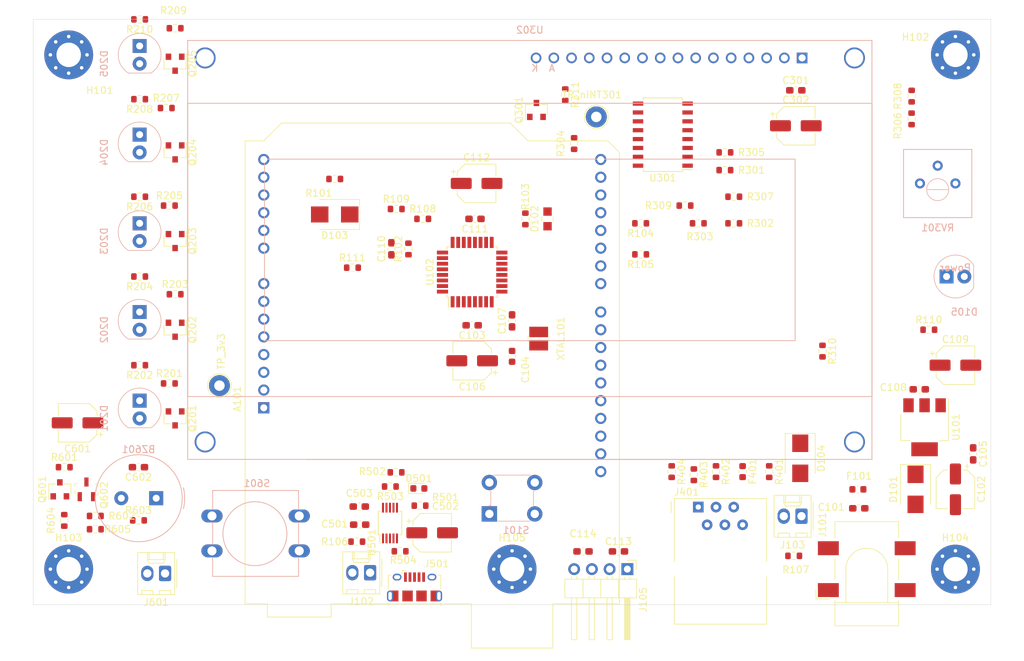
<source format=kicad_pcb>
(kicad_pcb (version 20211014) (generator pcbnew)
  (title_block (title "GeneralPurposeAlarmDevicePCB") (date "2022-06-20") (rev "0.0.") (company "PublicInvention") (comment 1 "GNU Affero General Public License v3.0") (comment 2 "DrawnBy: (Forrest) Lee Erickson"))
  (layers (0 "F.Cu" signal) (31 "B.Cu" signal) (34 "B.Paste" user) (35 "F.Paste" user) (36 "B.SilkS" user "B.Silkscreen") (37 "F.SilkS" user "F.Silkscreen") (38 "B.Mask" user) (39 "F.Mask" user) (44 "Edge.Cuts" user))
  (net 0 "")
  (net 1 "Net-(BZ601-Pad1)")
  (net 2 "GND")
  (net 3 "Net-(C101-Pad1)")
  (net 4 "Net-(C104-Pad1)")
  (net 5 "+5V")
  (net 6 "VBus")
  (net 7 "Net-(C503-Pad1)")
  (net 8 "Net-(D102-Pad1)")
  (net 9 "Net-(D201-Pad2)")
  (net 10 "Net-(D201-Pad1)")
  (net 11 "Net-(D202-Pad2)")
  (net 12 "Net-(D202-Pad1)")
  (net 13 "Net-(D203-Pad2)")
  (net 14 "Net-(D203-Pad1)")
  (net 15 "Net-(D204-Pad2)")
  (net 16 "Net-(D204-Pad1)")
  (net 17 "Net-(D205-Pad2)")
  (net 18 "Net-(D205-Pad1)")
  (net 19 "Net-(D501-Pad1)")
  (net 20 "ControllerVcc")
  (net 21 "Net-(J401-Pad1)")
  (net 22 "Net-(J401-Pad2)")
  (net 23 "Net-(J401-Pad4)")
  (net 24 "Net-(J401-Pad6)")
  (net 26 "Net-(J501-Pad3)")
  (net 27 "Net-(J501-Pad2)")
  (net 28 "Net-(Q201-Pad1)")
  (net 29 "Net-(Q202-Pad1)")
  (net 30 "Net-(Q203-Pad1)")
  (net 31 "Net-(Q204-Pad1)")
  (net 32 "Net-(Q205-Pad1)")
  (net 33 "Net-(Q301-Pad3)")
  (net 34 "Net-(Q301-Pad1)")
  (net 35 "Net-(Q601-Pad1)")
  (net 36 "SPI_SCK")
  (net 37 "Light0")
  (net 38 "Light1")
  (net 39 "Light2")
  (net 40 "Light3")
  (net 41 "Light4")
  (net 42 "Net-(R301-Pad1)")
  (net 43 "Net-(R302-Pad1)")
  (net 44 "Net-(R303-Pad1)")
  (net 45 "Net-(R304-Pad1)")
  (net 46 "SDA")
  (net 47 "SCL")
  (net 48 "CIPO")
  (net 49 "COPI")
  (net 50 "nCS")
  (net 51 "Net-(R501-Pad1)")
  (net 52 "Net-(R502-Pad2)")
  (net 53 "ControllerRX")
  (net 54 "Net-(R503-Pad2)")
  (net 55 "ControllerTX")
  (net 56 "Net-(R504-Pad2)")
  (net 57 "Tone")
  (net 58 "Net-(U301-Pad12)")
  (net 59 "Net-(U301-Pad11)")
  (net 60 "Net-(U301-Pad10)")
  (net 61 "Net-(U301-Pad9)")
  (net 62 "Net-(U301-Pad6)")
  (net 63 "Net-(U301-Pad5)")
  (net 64 "Net-(U301-Pad4)")
  (net 66 "Net-(C107-Pad1)")
  (net 67 "/LCD And I2C Interface/Vcc_LCD")
  (net 68 "/AlarmAudio/VccBuzzer")
  (net 69 "Switch_Mute")
  (net 70 "Net-(C113-Pad1)")
  (net 71 "Net-(C114-Pad1)")
  (net 72 "Net-(A101-Pad4)")
  (net 74 "Net-(Q601-Pad2)")
  (net 75 "Attenuate")
  (net 76 "Net-(D101-Pad2)")
  (net 77 "Net-(D104-Pad2)")
  (net 78 "Net-(F401-Pad2)")
  (net 79 "Net-(R306-Pad1)")
  (net 80 "Aref")
  (net 81 "PC3")
  (net 82 "PC2")
  (net 83 "PC1")
  (net 84 "PC0")
  (net 85 "Vin")
  (net 86 "nRESET")
  (net 87 "Net-(D105-Pad1)")
  (net 90 "Net-(A101-Pad3)")
  (footprint "Capacitor_SMD:CP_Elec_5x5.4" (layer "F.Cu") (at 62.23 75.565 180)
    (fp_text reference "C601" (at 0 -3.7) (layer "F.SilkS"))
    (fp_text value "47uF")
    (pad "1" smd roundrect locked (at -2.2 0 180) (size 3 1.6) (layers "F.Cu" "F.Paste" "F.Mask") (roundrect_rratio 0.15625) (net 68 "/AlarmAudio/VccBuzzer"))
    (pad "2" smd roundrect locked (at 2.2 0 180) (size 3 1.6) (layers "F.Cu" "F.Paste" "F.Mask") (roundrect_rratio 0.15625) (net 2 "GND"))
  )
  (footprint "Package_TO_SOT_SMD:SOT-23" (layer "F.Cu") (at 127.95 30.75 90)
    (fp_text reference "Q301" (at 0 -2.5 90) (layer "F.SilkS"))
    (fp_text value "BSS138")
    (pad "1" smd rect locked (at -1 -0.95 90) (size 0.9 0.8) (layers "F.Cu" "F.Paste" "F.Mask") (net 34 "Net-(Q301-Pad1)"))
    (pad "2" smd rect locked (at -1 0.95 90) (size 0.9 0.8) (layers "F.Cu" "F.Paste" "F.Mask") (net 2 "GND"))
    (pad "3" smd rect locked (at 1 0 90) (size 0.9 0.8) (layers "F.Cu" "F.Paste" "F.Mask") (net 33 "Net-(Q301-Pad3)"))
  )
  (footprint "digikey-footprints:SOT-23-3" (layer "F.Cu") (at 63.5 85.09 90)
    (fp_text reference "Q602" (at -0.825 2.54 90) (layer "F.SilkS"))
    (fp_text value "MMBT2907ALT1G")
    (pad "1" smd rect locked (at -1.05 -0.95 90) (size 1.3 0.6) (layers "F.Cu" "F.Paste" "F.Mask") (net 35 "Net-(Q601-Pad1)"))
    (pad "2" smd rect locked (at -1.05 0.95 90) (size 1.3 0.6) (layers "F.Cu" "F.Paste" "F.Mask") (net 2 "GND"))
    (pad "3" smd rect locked (at 1.05 0 90) (size 1.3 0.6) (layers "F.Cu" "F.Paste" "F.Mask") (net 74 "Net-(Q601-Pad2)"))
  )
  (footprint "Resistor_SMD:R_0603_1608Metric" (layer "F.Cu") (at 75.375 69.9225)
    (fp_text reference "R201" (at 0 -1.43) (layer "F.SilkS"))
    (fp_text value "4K7")
    (pad "1" smd roundrect locked (at -0.825 0) (size 0.8 0.95) (layers "F.Cu" "F.Paste" "F.Mask") (net 28 "Net-(Q201-Pad1)"))
    (pad "2" smd roundrect locked (at 0.825 0) (size 0.8 0.95) (layers "F.Cu" "F.Paste" "F.Mask") (net 37 "Light0"))
  )
  (footprint "Resistor_SMD:R_0603_1608Metric" (layer "F.Cu") (at 71.12 67.31 180)
    (fp_text reference "R202" (at 0 -1.43) (layer "F.SilkS"))
    (fp_text value "330R")
    (pad "1" smd roundrect locked (at -0.825 0 180) (size 0.8 0.95) (layers "F.Cu" "F.Paste" "F.Mask") (net 10 "Net-(D201-Pad1)"))
    (pad "2" smd roundrect locked (at 0.825 0 180) (size 0.8 0.95) (layers "F.Cu" "F.Paste" "F.Mask") (net 5 "+5V"))
  )
  (footprint "Resistor_SMD:R_0603_1608Metric" (layer "F.Cu") (at 76.2 57.15)
    (fp_text reference "R203" (at 0 -1.43) (layer "F.SilkS"))
    (fp_text value "4K7")
    (pad "1" smd roundrect locked (at -0.825 0) (size 0.8 0.95) (layers "F.Cu" "F.Paste" "F.Mask") (net 29 "Net-(Q202-Pad1)"))
    (pad "2" smd roundrect locked (at 0.825 0) (size 0.8 0.95) (layers "F.Cu" "F.Paste" "F.Mask") (net 38 "Light1"))
  )
  (footprint "Resistor_SMD:R_0603_1608Metric" (layer "F.Cu") (at 71.12 54.61 180)
    (fp_text reference "R204" (at 0 -1.43) (layer "F.SilkS"))
    (fp_text value "330R")
    (pad "1" smd roundrect locked (at -0.825 0 180) (size 0.8 0.95) (layers "F.Cu" "F.Paste" "F.Mask") (net 12 "Net-(D202-Pad1)"))
    (pad "2" smd roundrect locked (at 0.825 0 180) (size 0.8 0.95) (layers "F.Cu" "F.Paste" "F.Mask") (net 5 "+5V"))
  )
  (footprint "Resistor_SMD:R_0603_1608Metric" (layer "F.Cu") (at 71.12 43.18 180)
    (fp_text reference "R206" (at 0 -1.43) (layer "F.SilkS"))
    (fp_text value "330R")
    (pad "1" smd roundrect locked (at -0.825 0 180) (size 0.8 0.95) (layers "F.Cu" "F.Paste" "F.Mask") (net 14 "Net-(D203-Pad1)"))
    (pad "2" smd roundrect locked (at 0.825 0 180) (size 0.8 0.95) (layers "F.Cu" "F.Paste" "F.Mask") (net 5 "+5V"))
  )
  (footprint "Resistor_SMD:R_0603_1608Metric" (layer "F.Cu") (at 74.93 30.48)
    (fp_text reference "R207" (at 0 -1.43) (layer "F.SilkS"))
    (fp_text value "4K7")
    (pad "1" smd roundrect locked (at -0.825 0) (size 0.8 0.95) (layers "F.Cu" "F.Paste" "F.Mask") (net 31 "Net-(Q204-Pad1)"))
    (pad "2" smd roundrect locked (at 0.825 0) (size 0.8 0.95) (layers "F.Cu" "F.Paste" "F.Mask") (net 40 "Light3"))
  )
  (footprint "Resistor_SMD:R_0603_1608Metric" (layer "F.Cu") (at 71.12 29.21 180)
    (fp_text reference "R208" (at 0 -1.43) (layer "F.SilkS"))
    (fp_text value "330R")
    (pad "1" smd roundrect locked (at -0.825 0 180) (size 0.8 0.95) (layers "F.Cu" "F.Paste" "F.Mask") (net 16 "Net-(D204-Pad1)"))
    (pad "2" smd roundrect locked (at 0.825 0 180) (size 0.8 0.95) (layers "F.Cu" "F.Paste" "F.Mask") (net 5 "+5V"))
  )
  (footprint "Resistor_SMD:R_0603_1608Metric" (layer "F.Cu") (at 71.12 17.78 180)
    (fp_text reference "R210" (at 0 -1.43) (layer "F.SilkS"))
    (fp_text value "330R")
    (pad "1" smd roundrect locked (at -0.825 0 180) (size 0.8 0.95) (layers "F.Cu" "F.Paste" "F.Mask") (net 18 "Net-(D205-Pad1)"))
    (pad "2" smd roundrect locked (at 0.825 0 180) (size 0.8 0.95) (layers "F.Cu" "F.Paste" "F.Mask") (net 5 "+5V"))
  )
  (footprint "Resistor_SMD:R_0603_1608Metric" (layer "F.Cu") (at 151.13 46.99)
    (fp_text reference "R303" (at 0.237258 1.905) (layer "F.SilkS"))
    (fp_text value "4K7")
    (pad "1" smd roundrect locked (at -0.825 0) (size 0.8 0.95) (layers "F.Cu" "F.Paste" "F.Mask") (net 44 "Net-(R303-Pad1)"))
    (pad "2" smd roundrect locked (at 0.825 0) (size 0.8 0.95) (layers "F.Cu" "F.Paste" "F.Mask") (net 67 "/LCD And I2C Interface/Vcc_LCD"))
  )
  (footprint "Resistor_SMD:R_0603_1608Metric" (layer "F.Cu") (at 132.08 28.575 -90)
    (fp_text reference "R311" (at 0 -1.43 90) (layer "F.SilkS"))
    (fp_text value "4K7")
    (pad "1" smd roundrect locked (at -0.825 0 270) (size 0.8 0.95) (layers "F.Cu" "F.Paste" "F.Mask") (net 34 "Net-(Q301-Pad1)"))
    (pad "2" smd roundrect locked (at 0.825 0 270) (size 0.8 0.95) (layers "F.Cu" "F.Paste" "F.Mask") (net 67 "/LCD And I2C Interface/Vcc_LCD"))
  )
  (footprint "Resistor_SMD:R_0603_1608Metric" (layer "F.Cu") (at 60.325 81.915)
    (fp_text reference "R601" (at 0 -1.43) (layer "F.SilkS"))
    (fp_text value "1R")
    (pad "1" smd roundrect locked (at -0.825 0) (size 0.8 0.95) (layers "F.Cu" "F.Paste" "F.Mask") (net 68 "/AlarmAudio/VccBuzzer"))
    (pad "2" smd roundrect locked (at 0.825 0) (size 0.8 0.95) (layers "F.Cu" "F.Paste" "F.Mask") (net 5 "+5V"))
  )
  (footprint "Resistor_SMD:R_0603_1608Metric" (layer "F.Cu") (at 64.77 90.805 180)
    (fp_text reference "R605" (at -3.175 0) (layer "F.SilkS"))
    (fp_text value "330")
    (pad "1" smd roundrect locked (at -0.825 0 180) (size 0.8 0.95) (layers "F.Cu" "F.Paste" "F.Mask") (net 75 "Attenuate"))
    (pad "2" smd roundrect locked (at 0.825 0 180) (size 0.8 0.95) (layers "F.Cu" "F.Paste" "F.Mask") (net 35 "Net-(Q601-Pad1)"))
  )
  (footprint "TestPoint:TestPoint_Loop_D2.54mm_Drill1.5mm_Beaded" (layer "F.Cu") (at 136.525 31.75)
    (fp_text reference "TP_nINT301" (at -0.635 -3.175) (layer "F.SilkS"))
    (fp_text value "TestPoint_nINT")
    (pad "1" thru_hole circle locked (at 0 0) (size 3 3) (drill 1.5) (layers *.Cu *.Mask) (net 45 "Net-(R304-Pad1)"))
  )
  (footprint "Resistor_SMD:R_0603_1608Metric" (layer "F.Cu") (at 168.92 65.29 -90)
    (fp_text reference "R310" (at 0 -1.43 -270) (layer "F.SilkS"))
    (fp_text value "1R0")
    (pad "1" smd roundrect locked (at -0.825 0 270) (size 0.8 0.95) (layers "F.Cu" "F.Paste" "F.Mask") (net 67 "/LCD And I2C Interface/Vcc_LCD"))
    (pad "2" smd roundrect locked (at 0.825 0 270) (size 0.8 0.95) (layers "F.Cu" "F.Paste" "F.Mask") (net 5 "+5V"))
  )
  (footprint "Resistor_SMD:R_0603_1608Metric" (layer "F.Cu") (at 149.225 44.45 180)
    (fp_text reference "R309" (at 3.81 0) (layer "F.SilkS"))
    (fp_text value "1R0")
    (pad "1" smd roundrect locked (at -0.825 0 180) (size 0.8 0.95) (layers "F.Cu" "F.Paste" "F.Mask") (net 44 "Net-(R303-Pad1)"))
    (pad "2" smd roundrect locked (at 0.825 0 180) (size 0.8 0.95) (layers "F.Cu" "F.Paste" "F.Mask") (net 2 "GND"))
  )
  (footprint "Resistor_SMD:R_0603_1608Metric" (layer "F.Cu") (at 156.21 46.99)
    (fp_text reference "R302" (at 3.81 0) (layer "F.SilkS"))
    (fp_text value "4K7")
    (pad "1" smd roundrect locked (at -0.825 0) (size 0.8 0.95) (layers "F.Cu" "F.Paste" "F.Mask") (net 43 "Net-(R302-Pad1)"))
    (pad "2" smd roundrect locked (at 0.825 0) (size 0.8 0.95) (layers "F.Cu" "F.Paste" "F.Mask") (net 67 "/LCD And I2C Interface/Vcc_LCD"))
  )
  (footprint "Resistor_SMD:R_0603_1608Metric" (layer "F.Cu") (at 156.21 43.18)
    (fp_text reference "R307" (at 3.81 0) (layer "F.SilkS"))
    (fp_text value "1R0")
    (pad "1" smd roundrect locked (at -0.825 0) (size 0.8 0.95) (layers "F.Cu" "F.Paste" "F.Mask") (net 43 "Net-(R302-Pad1)"))
    (pad "2" smd roundrect locked (at 0.825 0) (size 0.8 0.95) (layers "F.Cu" "F.Paste" "F.Mask") (net 2 "GND"))
  )
  (footprint "Resistor_SMD:R_0603_1608Metric" (layer "F.Cu") (at 133.35 35.56 -90)
    (fp_text reference "R304" (at 0 1.905 90) (layer "F.SilkS"))
    (fp_text value "1K")
    (pad "1" smd roundrect locked (at -0.825 0 270) (size 0.8 0.95) (layers "F.Cu" "F.Paste" "F.Mask") (net 45 "Net-(R304-Pad1)"))
    (pad "2" smd roundrect locked (at 0.825 0 270) (size 0.8 0.95) (layers "F.Cu" "F.Paste" "F.Mask") (net 67 "/LCD And I2C Interface/Vcc_LCD"))
  )
  (footprint "Capacitor_SMD:C_0603_1608Metric_Pad1.08x0.95mm_HandSolder" (layer "F.Cu") (at 165.1 27.94)
    (fp_text reference "C301" (at 0 -1.43) (layer "F.SilkS"))
    (fp_text value "100nF")
    (pad "1" smd roundrect locked (at -0.8625 0) (size 1.075 0.95) (layers "F.Cu" "F.Paste" "F.Mask") (net 67 "/LCD And I2C Interface/Vcc_LCD"))
    (pad "2" smd roundrect locked (at 0.8625 0) (size 1.075 0.95) (layers "F.Cu" "F.Paste" "F.Mask") (net 2 "GND"))
  )
  (footprint "Package_SO:SOIC-16W_5.3x10.2mm_P1.27mm" (layer "F.Cu") (at 146.05 34.29 180)
    (fp_text reference "U301" (at 0 -6.2) (layer "F.SilkS"))
    (fp_text value "PCF8574AT")
    (pad "1" smd rect locked (at -3.55 -4.445 180) (size 1.5 0.6) (layers "F.Cu" "F.Paste" "F.Mask") (net 44 "Net-(R303-Pad1)"))
    (pad "2" smd rect locked (at -3.55 -3.175 180) (size 1.5 0.6) (layers "F.Cu" "F.Paste" "F.Mask") (net 43 "Net-(R302-Pad1)"))
    (pad "3" smd rect locked (at -3.55 -1.905 180) (size 1.5 0.6) (layers "F.Cu" "F.Paste" "F.Mask") (net 42 "Net-(R301-Pad1)"))
    (pad "4" smd rect locked (at -3.55 -0.635 180) (size 1.5 0.6) (layers "F.Cu" "F.Paste" "F.Mask") (net 64 "Net-(U301-Pad4)"))
    (pad "5" smd rect locked (at -3.55 0.635 180) (size 1.5 0.6) (layers "F.Cu" "F.Paste" "F.Mask") (net 63 "Net-(U301-Pad5)"))
    (pad "6" smd rect locked (at -3.55 1.905 180) (size 1.5 0.6) (layers "F.Cu" "F.Paste" "F.Mask") (net 62 "Net-(U301-Pad6)"))
    (pad "7" smd rect locked (at -3.55 3.175 180) (size 1.5 0.6) (layers "F.Cu" "F.Paste" "F.Mask") (net 34 "Net-(Q301-Pad1)"))
    (pad "8" smd rect locked (at -3.55 4.445 180) (size 1.5 0.6) (layers "F.Cu" "F.Paste" "F.Mask") (net 2 "GND"))
    (pad "9" smd rect locked (at 3.55 4.445 180) (size 1.5 0.6) (layers "F.Cu" "F.Paste" "F.Mask") (net 61 "Net-(U301-Pad9)"))
    (pad "10" smd rect locked (at 3.55 3.175 180) (size 1.5 0.6) (layers "F.Cu" "F.Paste" "F.Mask") (net 60 "Net-(U301-Pad10)"))
    (pad "11" smd rect locked (at 3.55 1.905 180) (size 1.5 0.6) (layers "F.Cu" "F.Paste" "F.Mask") (net 59 "Net-(U301-Pad11)"))
    (pad "12" smd rect locked (at 3.55 0.635 180) (size 1.5 0.6) (layers "F.Cu" "F.Paste" "F.Mask") (net 58 "Net-(U301-Pad12)"))
    (pad "13" smd rect locked (at 3.55 -0.635 180) (size 1.5 0.6) (layers "F.Cu" "F.Paste" "F.Mask") (net 45 "Net-(R304-Pad1)"))
    (pad "14" smd rect locked (at 3.55 -1.905 180) (size 1.5 0.6) (layers "F.Cu" "F.Paste" "F.Mask") (net 47 "SCL"))
    (pad "15" smd rect locked (at 3.55 -3.175 180) (size 1.5 0.6) (layers "F.Cu" "F.Paste" "F.Mask") (net 46 "SDA"))
    (pad "16" smd rect locked (at 3.55 -4.445 180) (size 1.5 0.6) (layers "F.Cu" "F.Paste" "F.Mask") (net 67 "/LCD And I2C Interface/Vcc_LCD"))
  )
  (footprint "Resistor_SMD:R_0603_1608Metric" (layer "F.Cu") (at 154.94 39.37)
    (fp_text reference "R301" (at 3.81 0) (layer "F.SilkS"))
    (fp_text value "4K7")
    (pad "1" smd roundrect locked (at -0.825 0) (size 0.8 0.95) (layers "F.Cu" "F.Paste" "F.Mask") (net 42 "Net-(R301-Pad1)"))
    (pad "2" smd roundrect locked (at 0.825 0) (size 0.8 0.95) (layers "F.Cu" "F.Paste" "F.Mask") (net 67 "/LCD And I2C Interface/Vcc_LCD"))
  )
  (footprint "Resistor_SMD:R_0603_1608Metric" (layer "F.Cu") (at 154.94 36.83)
    (fp_text reference "R305" (at 3.81 0) (layer "F.SilkS"))
    (fp_text value "1R0")
    (pad "1" smd roundrect locked (at -0.825 0) (size 0.8 0.95) (layers "F.Cu" "F.Paste" "F.Mask") (net 42 "Net-(R301-Pad1)"))
    (pad "2" smd roundrect locked (at 0.825 0) (size 0.8 0.95) (layers "F.Cu" "F.Paste" "F.Mask") (net 2 "GND"))
  )
  (footprint "Capacitor_SMD:CP_Elec_5x5.4" (layer "F.Cu") (at 165.1 33.02)
    (fp_text reference "C302" (at 0 -3.7) (layer "F.SilkS"))
    (fp_text value "47uF 16V")
    (pad "1" smd roundrect locked (at -2.2 0) (size 3 1.6) (layers "F.Cu" "F.Paste" "F.Mask") (roundrect_rratio 0.15625) (net 67 "/LCD And I2C Interface/Vcc_LCD"))
    (pad "2" smd roundrect locked (at 2.2 0) (size 3 1.6) (layers "F.Cu" "F.Paste" "F.Mask") (roundrect_rratio 0.15625) (net 2 "GND"))
  )
  (footprint "Resistor_SMD:R_0603_1608Metric" (layer "F.Cu") (at 108.4228 93.96)
    (fp_text reference "R504" (at 0.4572 1.27) (layer "F.SilkS"))
    (fp_text value "4K7")
    (pad "1" smd roundrect locked (at -0.825 0) (size 0.8 0.95) (layers "F.Cu" "F.Paste" "F.Mask") (net 2 "GND"))
    (pad "2" smd roundrect locked (at 0.825 0) (size 0.8 0.95) (layers "F.Cu" "F.Paste" "F.Mask") (net 56 "Net-(R504-Pad2)"))
  )
  (footprint "Resistor_SMD:R_0603_1608Metric" (layer "F.Cu") (at 107.845 82.655 180)
    (fp_text reference "R502" (at 3.41 0.125) (layer "F.SilkS"))
    (fp_text value "330R")
    (pad "1" smd roundrect locked (at -0.825 0 180) (size 0.8 0.95) (layers "F.Cu" "F.Paste" "F.Mask") (net 53 "ControllerRX"))
    (pad "2" smd roundrect locked (at 0.825 0 180) (size 0.8 0.95) (layers "F.Cu" "F.Paste" "F.Mask") (net 52 "Net-(R502-Pad2)"))
  )
  (footprint "Resistor_SMD:R_0603_1608Metric" (layer "F.Cu") (at 111.275 87.425)
    (fp_text reference "R501" (at 3.645 -1.195) (layer "F.SilkS"))
    (fp_text value "330R")
    (pad "1" smd roundrect locked (at -0.825 0) (size 0.8 0.95) (layers "F.Cu" "F.Paste" "F.Mask") (net 51 "Net-(R501-Pad1)"))
    (pad "2" smd roundrect locked (at 0.825 0) (size 0.8 0.95) (layers "F.Cu" "F.Paste" "F.Mask") (net 19 "Net-(D501-Pad1)"))
  )
  (footprint "Resistor_SMD:R_0603_1608Metric" (layer "F.Cu") (at 107.025 84.685 180)
    (fp_text reference "R503" (at 0 -1.43) (layer "F.SilkS"))
    (fp_text value "330R")
    (pad "1" smd roundrect locked (at -0.825 0 180) (size 0.8 0.95) (layers "F.Cu" "F.Paste" "F.Mask") (net 55 "ControllerTX"))
    (pad "2" smd roundrect locked (at 0.825 0 180) (size 0.8 0.95) (layers "F.Cu" "F.Paste" "F.Mask") (net 54 "Net-(R503-Pad2)"))
  )
  (footprint "Capacitor_SMD:C_0603_1608Metric_Pad1.08x0.95mm_HandSolder" (layer "F.Cu") (at 102.635 90.145 180)
    (fp_text reference "C501" (at 3.59 0.105) (layer "F.SilkS"))
    (fp_text value "100nF")
    (pad "1" smd roundrect locked (at -0.8625 0 180) (size 1.075 0.95) (layers "F.Cu" "F.Paste" "F.Mask") (net 6 "VBus"))
    (pad "2" smd roundrect locked (at 0.8625 0 180) (size 1.075 0.95) (layers "F.Cu" "F.Paste" "F.Mask") (net 2 "GND"))
  )
  (footprint "Capacitor_SMD:C_0603_1608Metric_Pad1.08x0.95mm_HandSolder" (layer "F.Cu") (at 102.575 87.555 180)
    (fp_text reference "C503" (at 0 1.905) (layer "F.SilkS"))
    (fp_text value "100nF")
    (pad "1" smd roundrect locked (at -0.8625 0 180) (size 1.075 0.95) (layers "F.Cu" "F.Paste" "F.Mask") (net 7 "Net-(C503-Pad1)"))
    (pad "2" smd roundrect locked (at 0.8625 0 180) (size 1.075 0.95) (layers "F.Cu" "F.Paste" "F.Mask") (net 2 "GND"))
  )
  (footprint "Package_SO:MSOP-10_3x3mm_P0.5mm" (layer "F.Cu") (at 106.975 89.915 90)
    (fp_text reference "U501" (at -2.775 -2.6 90) (layer "F.SilkS"))
    (fp_text value "CH340E")
    (pad "1" smd rect locked (at -2.2 -1 90) (size 1.4 0.3) (layers "F.Cu" "F.Paste" "F.Mask") (net 26 "Net-(J501-Pad3)"))
    (pad "2" smd rect locked (at -2.2 -0.5 90) (size 1.4 0.3) (layers "F.Cu" "F.Paste" "F.Mask") (net 27 "Net-(J501-Pad2)"))
    (pad "3" smd rect locked (at -2.2 0 90) (size 1.4 0.3) (layers "F.Cu" "F.Paste" "F.Mask") (net 2 "GND"))
    (pad "4" smd rect locked (at -2.2 0.5 90) (size 1.4 0.3) (layers "F.Cu" "F.Paste" "F.Mask"))
    (pad "5" smd rect locked (at -2.2 1 90) (size 1.4 0.3) (layers "F.Cu" "F.Paste" "F.Mask") (net 56 "Net-(R504-Pad2)"))
    (pad "6" smd rect locked (at 2.2 1 90) (size 1.4 0.3) (layers "F.Cu" "F.Paste" "F.Mask") (net 51 "Net-(R501-Pad1)"))
    (pad "7" smd rect locked (at 2.2 0.5 90) (size 1.4 0.3) (layers "F.Cu" "F.Paste" "F.Mask") (net 6 "VBus"))
    (pad "8" smd rect locked (at 2.2 0 90) (size 1.4 0.3) (layers "F.Cu" "F.Paste" "F.Mask") (net 52 "Net-(R502-Pad2)"))
    (pad "9" smd rect locked (at 2.2 -0.5 90) (size 1.4 0.3) (layers "F.Cu" "F.Paste" "F.Mask") (net 54 "Net-(R503-Pad2)"))
    (pad "10" smd rect locked (at 2.2 -1 90) (size 1.4 0.3) (layers "F.Cu" "F.Paste" "F.Mask") (net 7 "Net-(C503-Pad1)"))
  )
  (footprint "LED_SMD:LED_0603_1608Metric" (layer "F.Cu") (at 111.11 84.96)
    (fp_text reference "D501" (at 0 -1.43) (layer "F.SilkS"))
    (fp_text value "RED 0603")
    (pad "1" smd roundrect locked (at -0.7875 0) (size 0.875 0.95) (layers "F.Cu" "F.Paste" "F.Mask") (net 19 "Net-(D501-Pad1)"))
    (pad "2" smd roundrect locked (at 0.7875 0) (size 0.875 0.95) (layers "F.Cu" "F.Paste" "F.Mask") (net 2 "GND"))
  )
  (footprint "Capacitor_SMD:C_0603_1608Metric_Pad1.08x0.95mm_HandSolder" (layer "F.Cu") (at 124.46 60.96 90)
    (fp_text reference "C107" (at 0 -1.43 90) (layer "F.SilkS"))
    (fp_text value "39pF")
    (pad "1" smd roundrect locked (at -0.8625 0 90) (size 1.075 0.95) (layers "F.Cu" "F.Paste" "F.Mask") (net 66 "Net-(C107-Pad1)"))
    (pad "2" smd roundrect locked (at 0.8625 0 90) (size 1.075 0.95) (layers "F.Cu" "F.Paste" "F.Mask") (net 2 "GND"))
  )
  (footprint "Capacitor_SMD:CP_Elec_5x5.4" (layer "F.Cu") (at 118.745 66.675 180)
    (fp_text reference "C106" (at 0 -3.7) (layer "F.SilkS"))
    (fp_text value "47uF 16V")
    (pad "1" smd roundrect locked (at -2.2 0 180) (size 3 1.6) (layers "F.Cu" "F.Paste" "F.Mask") (roundrect_rratio 0.15625) (net 80 "Aref"))
    (pad "2" smd roundrect locked (at 2.2 0 180) (size 3 1.6) (layers "F.Cu" "F.Paste" "F.Mask") (roundrect_rratio 0.15625) (net 2 "GND"))
  )
  (footprint "Capacitor_SMD:C_0603_1608Metric" (layer "F.Cu") (at 124.46 66.04 -90)
    (fp_text reference "C104" (at 1.905 -1.905 90) (layer "F.SilkS"))
    (fp_text value "39pF")
    (pad "1" smd roundrect locked (at -0.775 0 270) (size 0.9 0.95) (layers "F.Cu" "F.Paste" "F.Mask") (net 4 "Net-(C104-Pad1)"))
    (pad "2" smd roundrect locked (at 0.775 0 270) (size 0.9 0.95) (layers "F.Cu" "F.Paste" "F.Mask") (net 2 "GND"))
  )
  (footprint "Capacitor_SMD:C_0603_1608Metric_Pad1.08x0.95mm_HandSolder" (layer "F.Cu") (at 118.745 61.595 180)
    (fp_text reference "C103" (at 0 -1.43) (layer "F.SilkS"))
    (fp_text value "100nF")
    (pad "1" smd roundrect locked (at -0.8625 0 180) (size 1.075 0.95) (layers "F.Cu" "F.Paste" "F.Mask") (net 80 "Aref"))
    (pad "2" smd roundrect locked (at 0.8625 0 180) (size 1.075 0.95) (layers "F.Cu" "F.Paste" "F.Mask") (net 2 "GND"))
  )
  (footprint "Resistor_SMD:R_0603_1608Metric" (layer "F.Cu") (at 99.06 40.64 180)
    (fp_text reference "R101" (at 2.286 -2.032) (layer "F.SilkS"))
    (fp_text value "1R0")
    (pad "1" smd roundrect locked (at -0.825 0 180) (size 0.8 0.95) (layers "F.Cu" "F.Paste" "F.Mask") (net 80 "Aref"))
    (pad "2" smd roundrect locked (at 0.825 0 180) (size 0.8 0.95) (layers "F.Cu" "F.Paste" "F.Mask") (net 5 "+5V"))
  )
  (footprint "Resistor_SMD:R_0603_1608Metric" (layer "F.Cu") (at 126.365 46.355 90)
    (fp_text reference "R103" (at 3.175 0 90) (layer "F.SilkS"))
    (fp_text value "330R")
    (pad "1" smd roundrect locked (at -0.825 0 90) (size 0.8 0.95) (layers "F.Cu" "F.Paste" "F.Mask") (net 8 "Net-(D102-Pad1)"))
    (pad "2" smd roundrect locked (at 0.825 0 90) (size 0.8 0.95) (layers "F.Cu" "F.Paste" "F.Mask") (net 36 "SPI_SCK"))
  )
  (footprint "Resistor_SMD:R_0603_1608Metric" (layer "F.Cu") (at 109.62 50.66 90)
    (fp_text reference "R102" (at 0 -1.43 90) (layer "F.SilkS"))
    (fp_text value "10K")
    (pad "1" smd roundrect locked (at -0.825 0 90) (size 0.8 0.95) (layers "F.Cu" "F.Paste" "F.Mask") (net 86 "nRESET"))
    (pad "2" smd roundrect locked (at 0.825 0 90) (size 0.8 0.95) (layers "F.Cu" "F.Paste" "F.Mask") (net 80 "Aref"))
  )
  (footprint "Capacitor_SMD:C_0603_1608Metric_Pad1.08x0.95mm_HandSolder" (layer "F.Cu") (at 107.18 50.64 90)
    (fp_text reference "C110" (at 0 -1.43 90) (layer "F.SilkS"))
    (fp_text value "100nF")
    (pad "1" smd roundrect locked (at -0.8625 0 90) (size 1.075 0.95) (layers "F.Cu" "F.Paste" "F.Mask") (net 86 "nRESET"))
    (pad "2" smd roundrect locked (at 0.8625 0 90) (size 1.075 0.95) (layers "F.Cu" "F.Paste" "F.Mask") (net 2 "GND"))
  )
  (footprint "Capacitor_SMD:C_0603_1608Metric_Pad1.08x0.95mm_HandSolder" (layer "F.Cu") (at 119.1525 46.355 180)
    (fp_text reference "C111" (at 0 -1.43) (layer "F.SilkS"))
    (fp_text value "100nF")
    (pad "1" smd roundrect locked (at -0.8625 0 180) (size 1.075 0.95) (layers "F.Cu" "F.Paste" "F.Mask") (net 80 "Aref"))
    (pad "2" smd roundrect locked (at 0.8625 0 180) (size 1.075 0.95) (layers "F.Cu" "F.Paste" "F.Mask") (net 2 "GND"))
  )
  (footprint "Capacitor_SMD:CP_Elec_5x5.4" (layer "F.Cu") (at 119.38 41.275)
    (fp_text reference "C112" (at 0 -3.7) (layer "F.SilkS"))
    (fp_text value "47uF 16V")
    (pad "1" smd roundrect locked (at -2.2 0) (size 3 1.6) (layers "F.Cu" "F.Paste" "F.Mask") (roundrect_rratio 0.15625) (net 80 "Aref"))
    (pad "2" smd roundrect locked (at 2.2 0) (size 3 1.6) (layers "F.Cu" "F.Paste" "F.Mask") (roundrect_rratio 0.15625) (net 2 "GND"))
  )
  (footprint "digikey-footprints:SMD-2_3.2x2.5mm" (layer "F.Cu") (at 128.27 63.5 90)
    (fp_text reference "XTAL101" (at 0 3.175 90) (layer "F.SilkS"))
    (fp_text value "16MHZ 20PF HC-49S/SMD")
    (pad "1" smd rect locked (at -0.95 0 90) (size 1.5 2.7) (layers "F.Cu" "F.Paste" "F.Mask") (net 4 "Net-(C104-Pad1)"))
    (pad "2" smd rect locked (at 0.95 0 90) (size 1.5 2.7) (layers "F.Cu" "F.Paste" "F.Mask") (net 66 "Net-(C107-Pad1)"))
  )
  (footprint "Package_QFP:TQFP-32_7x7mm_P0.8mm" (layer "F.Cu") (at 118.745 53.975 90)
    (fp_text reference "U102" (at 0 -6.05 90) (layer "F.SilkS"))
    (fp_text value "PI_ATMEGA328P-AU-InOrder")
    (pad "1" smd rect locked (at -4.25 -2.8 90) (size 1.6 0.55) (layers "F.Cu" "F.Paste" "F.Mask") (net 37 "Light0"))
    (pad "2" smd rect locked (at -4.25 -2 90) (size 1.6 0.55) (layers "F.Cu" "F.Paste" "F.Mask") (net 75 "Attenuate"))
    (pad "3" smd rect locked (at -4.25 -1.2 90) (size 1.6 0.55) (layers "F.Cu" "F.Paste" "F.Mask") (net 2 "GND"))
    (pad "4" smd rect locked (at -4.25 -0.4 90) (size 1.6 0.55) (layers "F.Cu" "F.Paste" "F.Mask") (net 80 "Aref"))
    (pad "5" smd rect locked (at -4.25 0.4 90) (size 1.6 0.55) (layers "F.Cu" "F.Paste" "F.Mask") (net 2 "GND"))
    (pad "6" smd rect locked (at -4.25 1.2 90) (size 1.6 0.55) (layers "F.Cu" "F.Paste" "F.Mask") (net 80 "Aref"))
    (pad "7" smd rect locked (at -4.25 2 90) (size 1.6 0.55) (layers "F.Cu" "F.Paste" "F.Mask") (net 4 "Net-(C104-Pad1)"))
    (pad "8" smd rect locked (at -4.25 2.8 90) (size 1.6 0.55) (layers "F.Cu" "F.Paste" "F.Mask") (net 66 "Net-(C107-Pad1)"))
    (pad "9" smd rect locked (at -2.8 4.25 180) (size 1.6 0.55) (layers "F.Cu" "F.Paste" "F.Mask") (net 38 "Light1"))
    (pad "10" smd rect locked (at -2 4.25 180) (size 1.6 0.55) (layers "F.Cu" "F.Paste" "F.Mask") (net 39 "Light2"))
    (pad "11" smd rect locked (at -1.2 4.25 180) (size 1.6 0.55) (layers "F.Cu" "F.Paste" "F.Mask") (net 50 "nCS"))
    (pad "12" smd rect locked (at -0.4 4.25 180) (size 1.6 0.55) (layers "F.Cu" "F.Paste" "F.Mask") (net 57 "Tone"))
    (pad "13" smd rect locked (at 0.4 4.25 180) (size 1.6 0.55) (layers "F.Cu" "F.Paste" "F.Mask") (net 40 "Light3"))
    (pad "14" smd rect locked (at 1.2 4.25 180) (size 1.6 0.55) (layers "F.Cu" "F.Paste" "F.Mask") (net 41 "Light4"))
    (pad "15" smd rect locked (at 2 4.25 180) (size 1.6 0.55) (layers "F.Cu" "F.Paste" "F.Mask") (net 49 "COPI"))
    (pad "16" smd rect locked (at 2.8 4.25 180) (size 1.6 0.55) (layers "F.Cu" "F.Paste" "F.Mask") (net 48 "CIPO"))
    (pad "17" smd rect locked (at 4.25 2.8 90) (size 1.6 0.55) (layers "F.Cu" "F.Paste" "F.Mask") (net 36 "SPI_SCK"))
    (pad "18" smd rect locked (at 4.25 2 90) (size 1.6 0.55) (layers "F.Cu" "F.Paste" "F.Mask") (net 80 "Aref"))
    (pad "19" smd rect locked (at 4.25 1.2 90) (size 1.6 0.55) (layers "F.Cu" "F.Paste" "F.Mask"))
    (pad "20" smd rect locked (at 4.25 0.4 90) (size 1.6 0.55) (layers "F.Cu" "F.Paste" "F.Mask") (net 80 "Aref"))
    (pad "21" smd rect locked (at 4.25 -0.4 90) (size 1.6 0.55) (layers "F.Cu" "F.Paste" "F.Mask") (net 2 "GND"))
    (pad "22" smd rect locked (at 4.25 -1.2 90) (size 1.6 0.55) (layers "F.Cu" "F.Paste" "F.Mask"))
    (pad "23" smd rect locked (at 4.25 -2 90) (size 1.6 0.55) (layers "F.Cu" "F.Paste" "F.Mask") (net 84 "PC0"))
    (pad "24" smd rect locked (at 4.25 -2.8 90) (size 1.6 0.55) (layers "F.Cu" "F.Paste" "F.Mask") (net 83 "PC1"))
    (pad "25" smd rect locked (at 2.8 -4.25 180) (size 1.6 0.55) (layers "F.Cu" "F.Paste" "F.Mask") (net 82 "PC2"))
    (pad "26" smd rect locked (at 2 -4.25 180) (size 1.6 0.55) (layers "F.Cu" "F.Paste" "F.Mask") (net 81 "PC3"))
    (pad "27" smd rect locked (at 1.2 -4.25 180) (size 1.6 0.55) (layers "F.Cu" "F.Paste" "F.Mask") (net 46 "SDA"))
    (pad "28" smd rect locked (at 0.4 -4.25 180) (size 1.6 0.55) (layers "F.Cu" "F.Paste" "F.Mask") (net 47 "SCL"))
    (pad "29" smd rect locked (at -0.4 -4.25 180) (size 1.6 0.55) (layers "F.Cu" "F.Paste" "F.Mask") (net 86 "nRESET"))
    (pad "30" smd rect locked (at -1.2 -4.25 180) (size 1.6 0.55) (layers "F.Cu" "F.Paste" "F.Mask") (net 53 "ControllerRX"))
    (pad "31" smd rect locked (at -2 -4.25 180) (size 1.6 0.55) (layers "F.Cu" "F.Paste" "F.Mask") (net 55 "ControllerTX"))
    (pad "32" smd rect locked (at -2.8 -4.25 180) (size 1.6 0.55) (layers "F.Cu" "F.Paste" "F.Mask") (net 69 "Switch_Mute"))
  )
  (footprint "digikey-footprints:0805" (layer "F.Cu") (at 129.54 46.355 90)
    (fp_text reference "D102" (at 0 -1.84 90) (layer "F.SilkS"))
    (fp_text value "RED 0603")
    (pad "1" smd rect locked (at -1.05 0 90) (size 1.2 1.2) (layers "F.Cu" "F.Paste" "F.Mask") (net 8 "Net-(D102-Pad1)"))
    (pad "2" smd rect locked (at 1.05 0 90) (size 1.2 1.2) (layers "F.Cu" "F.Paste" "F.Mask") (net 2 "GND"))
  )
  (footprint "Resistor_SMD:R_0603_1608Metric" (layer "F.Cu") (at 70.950785 89.535)
    (fp_text reference "R603" (at 0 -1.43) (layer "F.SilkS"))
    (fp_text value "10K")
    (pad "1" smd roundrect locked (at -0.825 0) (size 0.8 0.95) (layers "F.Cu" "F.Paste" "F.Mask") (net 69 "Switch_Mute"))
    (pad "2" smd roundrect locked (at 0.825 0) (size 0.8 0.95) (layers "F.Cu" "F.Paste" "F.Mask") (net 5 "+5V"))
  )
  (footprint "GeneralPurposeAlarmDevicePCB:MountingHole_3.5mm_Pad_Via" (layer "F.Cu") (at 60.96 22.86)
    (fp_text reference "H101" (at 4.445 5.08) (layer "F.SilkS"))
    (fp_text value "MountingHole_Pad_3.5mm")
    (pad "1" thru_hole circle locked (at 1.856155 1.856155) (size 0.8 0.8) (drill 0.5) (layers *.Cu *.Mask) (net 2 "GND"))
    (pad "1" thru_hole circle locked (at -1.856155 -1.856155) (size 0.8 0.8) (drill 0.5) (layers *.Cu *.Mask) (net 2 "GND"))
    (pad "1" thru_hole circle locked (at -2.625 0) (size 0.8 0.8) (drill 0.5) (layers *.Cu *.Mask) (net 2 "GND"))
    (pad "1" thru_hole circle locked (at 0 2.625) (size 0.8 0.8) (drill 0.5) (layers *.Cu *.Mask) (net 2 "GND"))
    (pad "1" thru_hole circle locked (at 0 -2.625) (size 0.8 0.8) (drill 0.5) (layers *.Cu *.Mask) (net 2 "GND"))
    (pad "1" thru_hole circle locked (at 0 0) (size 7 7) (drill 3.5) (layers *.Cu *.Mask) (net 2 "GND"))
    (pad "1" thru_hole circle locked (at 2.625 0) (size 0.8 0.8) (drill 0.5) (layers *.Cu *.Mask) (net 2 "GND"))
    (pad "1" thru_hole circle locked (at 1.856155 -1.856155) (size 0.8 0.8) (drill 0.5) (layers *.Cu *.Mask) (net 2 "GND"))
    (pad "1" thru_hole circle locked (at -1.856155 1.856155) (size 0.8 0.8) (drill 0.5) (layers *.Cu *.Mask) (net 2 "GND"))
  )
  (footprint "GeneralPurposeAlarmDevicePCB:MountingHole_3.5mm_Pad_Via" (layer "F.Cu") (at 187.96 22.86)
    (fp_text reference "H102" (at -5.715 -2.54) (layer "F.SilkS"))
    (fp_text value "MountingHole_Pad_3.5mm")
    (pad "1" thru_hole circle locked (at 2.625 0) (size 0.8 0.8) (drill 0.5) (layers *.Cu *.Mask) (net 2 "GND"))
    (pad "1" thru_hole circle locked (at -2.625 0) (size 0.8 0.8) (drill 0.5) (layers *.Cu *.Mask) (net 2 "GND"))
    (pad "1" thru_hole circle locked (at 1.856155 1.856155) (size 0.8 0.8) (drill 0.5) (layers *.Cu *.Mask) (net 2 "GND"))
    (pad "1" thru_hole circle locked (at 1.856155 -1.856155) (size 0.8 0.8) (drill 0.5) (layers *.Cu *.Mask) (net 2 "GND"))
    (pad "1" thru_hole circle locked (at 0 0) (size 7 7) (drill 3.5) (layers *.Cu *.Mask) (net 2 "GND"))
    (pad "1" thru_hole circle locked (at -1.856155 -1.856155) (size 0.8 0.8) (drill 0.5) (layers *.Cu *.Mask) (net 2 "GND"))
    (pad "1" thru_hole circle locked (at -1.856155 1.856155) (size 0.8 0.8) (drill 0.5) (layers *.Cu *.Mask) (net 2 "GND"))
    (pad "1" thru_hole circle locked (at 0 2.625) (size 0.8 0.8) (drill 0.5) (layers *.Cu *.Mask) (net 2 "GND"))
    (pad "1" thru_hole circle locked (at 0 -2.625) (size 0.8 0.8) (drill 0.5) (layers *.Cu *.Mask) (net 2 "GND"))
  )
  (footprint "GeneralPurposeAlarmDevicePCB:MountingHole_3.5mm_Pad_Via" (layer "F.Cu") (at 187.96 96.52)
    (fp_text reference "H104" (at 0 -4.5) (layer "F.SilkS"))
    (fp_text value "MountingHole_Pad_3.5mm")
    (pad "1" thru_hole circle locked (at 2.625 0) (size 0.8 0.8) (drill 0.5) (layers *.Cu *.Mask) (net 2 "GND"))
    (pad "1" thru_hole circle locked (at -1.856155 -1.856155) (size 0.8 0.8) (drill 0.5) (layers *.Cu *.Mask) (net 2 "GND"))
    (pad "1" thru_hole circle locked (at 1.856155 -1.856155) (size 0.8 0.8) (drill 0.5) (layers *.Cu *.Mask) (net 2 "GND"))
    (pad "1" thru_hole circle locked (at 0 2.625) (size 0.8 0.8) (drill 0.5) (layers *.Cu *.Mask) (net 2 "GND"))
    (pad "1" thru_hole circle locked (at -1.856155 1.856155) (size 0.8 0.8) (drill 0.5) (layers *.Cu *.Mask) (net 2 "GND"))
    (pad "1" thru_hole circle locked (at 0 0) (size 7 7) (drill 3.5) (layers *.Cu *.Mask) (net 2 "GND"))
    (pad "1" thru_hole circle locked (at 0 -2.625) (size 0.8 0.8) (drill 0.5) (layers *.Cu *.Mask) (net 2 "GND"))
    (pad "1" thru_hole circle locked (at -2.625 0) (size 0.8 0.8) (drill 0.5) (layers *.Cu *.Mask) (net 2 "GND"))
    (pad "1" thru_hole circle locked (at 1.856155 1.856155) (size 0.8 0.8) (drill 0.5) (layers *.Cu *.Mask) (net 2 "GND"))
  )
  (footprint "Package_TO_SOT_SMD:SOT-23" (layer "F.Cu") (at 76.2 74.93 -90)
    (fp_text reference "Q201" (at 0 -2.5 90) (layer "F.SilkS"))
    (fp_text value "MMBT2222A-7-F")
    (pad "1" smd rect locked (at -1 -0.95 270) (size 0.9 0.8) (layers "F.Cu" "F.Paste" "F.Mask") (net 28 "Net-(Q201-Pad1)"))
    (pad "2" smd rect locked (at -1 0.95 270) (size 0.9 0.8) (layers "F.Cu" "F.Paste" "F.Mask") (net 2 "GND"))
    (pad "3" smd rect locked (at 1 0 270) (size 0.9 0.8) (layers "F.Cu" "F.Paste" "F.Mask") (net 9 "Net-(D201-Pad2)"))
  )
  (footprint "Package_TO_SOT_SMD:SOT-23" (layer "F.Cu") (at 76.2 62.23 -90)
    (fp_text reference "Q202" (at 0 -2.5 90) (layer "F.SilkS"))
    (fp_text value "MMBT2222A-7-F")
    (pad "1" smd rect locked (at -1 -0.95 270) (size 0.9 0.8) (layers "F.Cu" "F.Paste" "F.Mask") (net 29 "Net-(Q202-Pad1)"))
    (pad "2" smd rect locked (at -1 0.95 270) (size 0.9 0.8) (layers "F.Cu" "F.Paste" "F.Mask") (net 2 "GND"))
    (pad "3" smd rect locked (at 1 0 270) (size 0.9 0.8) (layers "F.Cu" "F.Paste" "F.Mask") (net 11 "Net-(D202-Pad2)"))
  )
  (footprint "Package_TO_SOT_SMD:SOT-23" (layer "F.Cu") (at 76.2 49.53 -90)
    (fp_text reference "Q203" (at 0 -2.5 90) (layer "F.SilkS"))
    (fp_text value "MMBT2222A-7-F")
    (pad "1" smd rect locked (at -1 -0.95 270) (size 0.9 0.8) (layers "F.Cu" "F.Paste" "F.Mask") (net 30 "Net-(Q203-Pad1)"))
    (pad "2" smd rect locked (at -1 0.95 270) (size 0.9 0.8) (layers "F.Cu" "F.Paste" "F.Mask") (net 2 "GND"))
    (pad "3" smd rect locked (at 1 0 270) (size 0.9 0.8) (layers "F.Cu" "F.Paste" "F.Mask") (net 13 "Net-(D203-Pad2)"))
  )
  (footprint "Package_TO_SOT_SMD:SOT-23" (layer "F.Cu") (at 76.2 36.83 -90)
    (fp_text reference "Q204" (at 0 -2.5 90) (layer "F.SilkS"))
    (fp_text value "MMBT2222A-7-F")
    (pad "1" smd rect locked (at -1 -0.95 270) (size 0.9 0.8) (layers "F.Cu" "F.Paste" "F.Mask") (net 31 "Net-(Q204-Pad1)"))
    (pad "2" smd rect locked (at -1 0.95 270) (size 0.9 0.8) (layers "F.Cu" "F.Paste" "F.Mask") (net 2 "GND"))
    (pad "3" smd rect locked (at 1 0 270) (size 0.9 0.8) (layers "F.Cu" "F.Paste" "F.Mask") (net 15 "Net-(D204-Pad2)"))
  )
  (footprint "Package_TO_SOT_SMD:SOT-23" (layer "F.Cu") (at 76.2 24.13 -90)
    (fp_text reference "Q205" (at 0 -2.5 90) (layer "F.SilkS"))
    (fp_text value "MMBT2222A-7-F")
    (pad "1" smd rect locked (at -1 -0.95 270) (size 0.9 0.8) (layers "F.Cu" "F.Paste" "F.Mask") (net 32 "Net-(Q205-Pad1)"))
    (pad "2" smd rect locked (at -1 0.95 270) (size 0.9 0.8) (layers "F.Cu" "F.Paste" "F.Mask") (net 2 "GND"))
    (pad "3" smd rect locked (at 1 0 270) (size 0.9 0.8) (layers "F.Cu" "F.Paste" "F.Mask") (net 17 "Net-(D205-Pad2)"))
  )
  (footprint "Resistor_SMD:R_0603_1608Metric" (layer "F.Cu") (at 76.2 19.05)
    (fp_text reference "R209" (at -0.237258 -2.54) (layer "F.SilkS"))
    (fp_text value "4K7")
    (pad "1" smd roundrect locked (at -0.825 0) (size 0.8 0.95) (layers "F.Cu" "F.Paste" "F.Mask") (net 32 "Net-(Q205-Pad1)"))
    (pad "2" smd roundrect locked (at 0.825 0) (size 0.8 0.95) (layers "F.Cu" "F.Paste" "F.Mask") (net 41 "Light4"))
  )
  (footprint "Package_TO_SOT_SMD:SOT-23" (layer "F.Cu") (at 59.69 85.09 90)
    (fp_text reference "Q601" (at 0 -2.5 90) (layer "F.SilkS"))
    (fp_text value "MMBT2222A-7-F")
    (pad "1" smd rect locked (at -1 -0.95 90) (size 0.9 0.8) (layers "F.Cu" "F.Paste" "F.Mask") (net 35 "Net-(Q601-Pad1)"))
    (pad "2" smd rect locked (at -1 0.95 90) (size 0.9 0.8) (layers "F.Cu" "F.Paste" "F.Mask") (net 74 "Net-(Q601-Pad2)"))
    (pad "3" smd rect locked (at 1 0 90) (size 0.9 0.8) (layers "F.Cu" "F.Paste" "F.Mask") (net 68 "/AlarmAudio/VccBuzzer"))
  )
  (footprint "Connector_Molex:Molex_KK-254_AE-6410-02A_1x02_P2.54mm_Vertical" (layer "F.Cu") (at 165.9128 88.9308 180)
    (fp_text reference "J103" (at 1.27 -4.12) (layer "F.SilkS"))
    (fp_text value "22-23-2021")
    (pad "1" thru_hole roundrect locked (at 0 0 180) (size 1.74 2.19) (drill 1.19) (layers *.Cu *.Mask) (roundrect_rratio 0.143678) (net 77 "Net-(D104-Pad2)"))
    (pad "2" thru_hole oval locked (at 2.54 0 180) (size 1.74 2.19) (drill 1.19) (layers *.Cu *.Mask) (net 20 "ControllerVcc"))
  )
  (footprint "Capacitor_SMD:C_0603_1608Metric_Pad1.08x0.95mm_HandSolder" (layer "F.Cu") (at 139.7 93.98)
    (fp_text reference "C113" (at 0 -1.43) (layer "F.SilkS"))
    (fp_text value "33pF")
    (pad "1" smd roundrect locked (at -0.8625 0) (size 1.075 0.95) (layers "F.Cu" "F.Paste" "F.Mask") (net 70 "Net-(C113-Pad1)"))
    (pad "2" smd roundrect locked (at 0.8625 0) (size 1.075 0.95) (layers "F.Cu" "F.Paste" "F.Mask") (net 2 "GND"))
  )
  (footprint "Connector_PinHeader_2.54mm:PinHeader_1x04_P2.54mm_Horizontal" (layer "F.Cu") (at 140.97 96.52 -90)
    (fp_text reference "J105" (at 4.385 -2.27 90) (layer "F.SilkS"))
    (fp_text value "S04B-XASK-1(LF)(SN)")
    (pad "1" thru_hole rect locked (at 0 0 270) (size 1.7 1.7) (drill 1) (layers *.Cu *.Mask) (net 5 "+5V"))
    (pad "2" thru_hole oval locked (at 0 2.54 270) (size 1.7 1.7) (drill 1) (layers *.Cu *.Mask) (net 70 "Net-(C113-Pad1)"))
    (pad "3" thru_hole oval locked (at 0 5.08 270) (size 1.7 1.7) (drill 1) (layers *.Cu *.Mask) (net 2 "GND"))
    (pad "4" thru_hole oval locked (at 0 7.62 270) (size 1.7 1.7) (drill 1) (layers *.Cu *.Mask) (net 71 "Net-(C114-Pad1)"))
  )
  (footprint "Resistor_SMD:R_0603_1608Metric" (layer "F.Cu") (at 142.875 46.99 180)
    (fp_text reference "R104" (at 0 -1.43) (layer "F.SilkS"))
    (fp_text value "39R")
    (pad "1" smd roundrect locked (at -0.825 0 180) (size 0.8 0.95) (layers "F.Cu" "F.Paste" "F.Mask") (net 70 "Net-(C113-Pad1)"))
    (pad "2" smd roundrect locked (at 0.825 0 180) (size 0.8 0.95) (layers "F.Cu" "F.Paste" "F.Mask") (net 47 "SCL"))
  )
  (footprint "Resistor_SMD:R_0603_1608Metric" (layer "F.Cu") (at 142.875 51.435 180)
    (fp_text reference "R105" (at 0 -1.43) (layer "F.SilkS"))
    (fp_text value "39R")
    (pad "1" smd roundrect locked (at -0.825 0 180) (size 0.8 0.95) (layers "F.Cu" "F.Paste" "F.Mask") (net 71 "Net-(C114-Pad1)"))
    (pad "2" smd roundrect locked (at 0.825 0 180) (size 0.8 0.95) (layers "F.Cu" "F.Paste" "F.Mask") (net 46 "SDA"))
  )
  (footprint "Capacitor_SMD:CP_Elec_5x5.4" (layer "F.Cu") (at 113.015 91.31)
    (fp_text reference "C502" (at 1.905 -3.81) (layer "F.SilkS"))
    (fp_text value "47uF 16V")
    (pad "1" smd roundrect locked (at -2.2 0) (size 3 1.6) (layers "F.Cu" "F.Paste" "F.Mask") (roundrect_rratio 0.15625) (net 6 "VBus"))
    (pad "2" smd roundrect locked (at 2.2 0) (size 3 1.6) (layers "F.Cu" "F.Paste" "F.Mask") (roundrect_rratio 0.15625) (net 2 "GND"))
  )
  (footprint "GeneralPurposeAlarmDevicePCB:USB_Micro-B_Amphenol_10118194_Horizontal" (layer "F.Cu") (at 110.49 99.06)
    (fp_text reference "J501" (at 3.16 -3.305) (layer "F.SilkS"))
    (fp_text value "USB_B_Micro")
    (pad "1" smd rect locked (at -1.3 -1.4) (size 0.4 1.35) (layers "F.Cu" "F.Paste" "F.Mask") (net 6 "VBus"))
    (pad "2" smd rect locked (at -0.65 -1.4) (size 0.4 1.35) (layers "F.Cu" "F.Paste" "F.Mask") (net 27 "Net-(J501-Pad2)"))
    (pad "3" smd rect locked (at 0 -1.4) (size 0.4 1.35) (layers "F.Cu" "F.Paste" "F.Mask") (net 26 "Net-(J501-Pad3)"))
    (pad "4" smd rect locked (at 0.65 -1.4) (size 0.4 1.35) (layers "F.Cu" "F.Paste" "F.Mask"))
    (pad "5" smd rect locked (at 1.3 -1.4) (size 0.4 1.35) (layers "F.Cu" "F.Paste" "F.Mask") (net 2 "GND"))
    (pad "6" thru_hole oval locked (at -3.5 1.3) (size 0.89 1.55) (drill oval 0.5 1.15) (layers *.Cu *.Mask) (net 2 "GND"))
    (pad "6" smd rect locked (at -2.9 1.3) (size 1.2 1.55) (layers "F.Cu" "F.Paste" "F.Mask") (net 2 "GND"))
    (pad "6" thru_hole oval locked (at 2.5 -1.4) (size 1.25 0.95) (drill oval 0.85 0.55) (layers *.Cu *.Mask) (net 2 "GND"))
    (pad "6" smd rect locked (at -1 1.3) (size 1.5 1.55) (layers "F.Cu" "F.Paste" "F.Mask") (net 2 "GND"))
    (pad "6" thru_hole oval locked (at -2.5 -1.4) (size 1.25 0.95) (drill oval 0.85 0.55) (layers *.Cu *.Mask) (net 2 "GND"))
    (pad "6" thru_hole oval locked (at 3.5 1.3) (size 0.89 1.55) (drill oval 0.5 1.15) (layers *.Cu *.Mask) (net 2 "GND"))
    (pad "6" smd rect locked (at 2.9 1.3) (size 1.2 1.55) (layers "F.Cu" "F.Paste" "F.Mask") (net 2 "GND"))
    (pad "6" smd rect locked (at 1 1.3) (size 1.5 1.55) (layers "F.Cu" "F.Paste" "F.Mask") (net 2 "GND"))
  )
  (footprint "Resistor_SMD:R_0603_1608Metric" (layer "F.Cu") (at 60.325 89.535 90)
    (fp_text reference "R604" (at 0 -1.905 90) (layer "F.SilkS"))
    (fp_text value "1R")
    (pad "1" smd roundrect locked (at -0.825 0 90) (size 0.8 0.95) (layers "F.Cu" "F.Paste" "F.Mask") (net 1 "Net-(BZ601-Pad1)"))
    (pad "2" smd roundrect locked (at 0.825 0 90) (size 0.8 0.95) (layers "F.Cu" "F.Paste" "F.Mask") (net 74 "Net-(Q601-Pad2)"))
  )
  (footprint "Capacitor_SMD:C_0603_1608Metric_Pad1.08x0.95mm_HandSolder" (layer "F.Cu") (at 70.950785 81.915 180)
    (fp_text reference "C602" (at 0 -1.43) (layer "F.SilkS"))
    (fp_text value "100nF")
    (pad "1" smd roundrect locked (at -0.8625 0 180) (size 1.075 0.95) (layers "F.Cu" "F.Paste" "F.Mask") (net 69 "Switch_Mute"))
    (pad "2" smd roundrect locked (at 0.8625 0 180) (size 1.075 0.95) (layers "F.Cu" "F.Paste" "F.Mask") (net 2 "GND"))
  )
  (footprint "Diode_SMD:D_SMB" (layer "F.Cu") (at 99.06 45.72 180)
    (fp_text reference "D103" (at 0 -3) (layer "F.SilkS"))
    (fp_text value "Schottky 2A")
    (pad "1" smd rect locked (at -2.15 0 180) (size 2.5 2.3) (layers "F.Cu" "F.Paste" "F.Mask") (net 80 "Aref"))
    (pad "2" smd rect locked (at 2.15 0 180) (size 2.5 2.3) (layers "F.Cu" "F.Paste" "F.Mask") (net 86 "nRESET"))
  )
  (footprint "Diode_SMD:D_SMB" (layer "F.Cu") (at 165.735 80.645 -90)
    (fp_text reference "D104" (at 0 -3 -270) (layer "F.SilkS"))
    (fp_text value "Schottky 2A")
    (pad "1" smd rect locked (at -2.15 0 270) (size 2.5 2.3) (layers "F.Cu" "F.Paste" "F.Mask") (net 85 "Vin"))
    (pad "2" smd rect locked (at 2.15 0 270) (size 2.5 2.3) (layers "F.Cu" "F.Paste" "F.Mask") (net 77 "Net-(D104-Pad2)"))
  )
  (footprint "Connector_Molex:Molex_KK-254_AE-6410-02A_1x02_P2.54mm_Vertical" (layer "F.Cu") (at 74.760785 97.135 180)
    (fp_text reference "J601" (at 1.27 -4.12) (layer "F.SilkS"))
    (fp_text value "22-23-2021")
    (pad "1" thru_hole roundrect locked (at 0 0 180) (size 1.74 2.19) (drill 1.19) (layers *.Cu *.Mask) (roundrect_rratio 0.143678) (net 1 "Net-(BZ601-Pad1)"))
    (pad "2" thru_hole oval locked (at 2.54 0 180) (size 1.74 2.19) (drill 1.19) (layers *.Cu *.Mask) (net 2 "GND"))
  )
  (footprint "Resistor_SMD:R_0603_1608Metric" (layer "F.Cu") (at 164.7952 94.615)
    (fp_text reference "R107" (at 0.3048 1.9812) (layer "F.SilkS"))
    (fp_text value "DNI")
    (pad "1" smd roundrect locked (at -0.825 0) (size 0.8 0.95) (layers "F.Cu" "F.Paste" "F.Mask") (net 20 "ControllerVcc"))
    (pad "2" smd roundrect locked (at 0.825 0) (size 0.8 0.95) (layers "F.Cu" "F.Paste" "F.Mask") (net 77 "Net-(D104-Pad2)"))
  )
  (footprint "Resistor_SMD:R_0603_1608Metric" (layer "F.Cu") (at 111.66 46.355)
    (fp_text reference "R108" (at 0 -1.43) (layer "F.SilkS"))
    (fp_text value "1K")
    (pad "1" smd roundrect locked (at -0.825 0) (size 0.8 0.95) (layers "F.Cu" "F.Paste" "F.Mask") (net 80 "Aref"))
    (pad "2" smd roundrect locked (at 0.825 0) (size 0.8 0.95) (layers "F.Cu" "F.Paste" "F.Mask") (net 46 "SDA"))
  )
  (footprint "Resistor_SMD:R_0603_1608Metric" (layer "F.Cu") (at 107.87 44.94)
    (fp_text reference "R109" (at 0 -1.43) (layer "F.SilkS"))
    (fp_text value "1K")
    (pad "1" smd roundrect locked (at -0.825 0) (size 0.8 0.95) (layers "F.Cu" "F.Paste" "F.Mask") (net 80 "Aref"))
    (pad "2" smd roundrect locked (at 0.825 0) (size 0.8 0.95) (layers "F.Cu" "F.Paste" "F.Mask") (net 47 "SCL"))
  )
  (footprint "Resistor_SMD:R_0603_1608Metric" (layer "F.Cu") (at 181.68 32.03 -90)
    (fp_text reference "R306" (at 0.99 1.975 90) (layer "F.SilkS"))
    (fp_text value "DNI")
    (pad "1" smd roundrect locked (at -0.825 0 270) (size 0.8 0.95) (layers "F.Cu" "F.Paste" "F.Mask") (net 79 "Net-(R306-Pad1)"))
    (pad "2" smd roundrect locked (at 0.825 0 270) (size 0.8 0.95) (layers "F.Cu" "F.Paste" "F.Mask") (net 67 "/LCD And I2C Interface/Vcc_LCD"))
  )
  (footprint "Resistor_SMD:R_0603_1608Metric" (layer "F.Cu") (at 181.69 28.77 -90)
    (fp_text reference "R308" (at 0 1.985 90) (layer "F.SilkS"))
    (fp_text value "DNI")
    (pad "1" smd roundrect locked (at -0.825 0 270) (size 0.8 0.95) (layers "F.Cu" "F.Paste" "F.Mask") (net 2 "GND"))
    (pad "2" smd roundrect locked (at 0.825 0 270) (size 0.8 0.95) (layers "F.Cu" "F.Paste" "F.Mask") (net 79 "Net-(R306-Pad1)"))
  )
  (footprint "Module:Arduino_UNO_R3" (layer "F.Cu") (at 88.9 73.41 90)
    (fp_text reference "A101" (at 1.27 -3.81 90) (layer "F.SilkS"))
    (fp_text value "Arduino_UNO_R3_Shield")
    (pad "1" thru_hole rect locked (at 0 0 180) (size 1.6 1.6) (drill 1) (layers *.Cu *.Mask))
    (pad "2" thru_hole oval locked (at 2.54 0 180) (size 1.6 1.6) (drill 1) (layers *.Cu *.Mask) (net 5 "+5V"))
    (pad "3" thru_hole oval locked (at 5.08 0 180) (size 1.6 1.6) (drill 1) (layers *.Cu *.Mask) (net 90 "Net-(A101-Pad3)"))
    (pad "4" thru_hole oval locked (at 7.62 0 180) (size 1.6 1.6) (drill 1) (layers *.Cu *.Mask) (net 72 "Net-(A101-Pad4)"))
    (pad "5" thru_hole oval locked (at 10.16 0 180) (size 1.6 1.6) (drill 1) (layers *.Cu *.Mask) (net 5 "+5V"))
    (pad "6" thru_hole oval locked (at 12.7 0 180) (size 1.6 1.6) (drill 1) (layers *.Cu *.Mask) (net 2 "GND"))
    (pad "7" thru_hole oval locked (at 15.24 0 180) (size 1.6 1.6) (drill 1) (layers *.Cu *.Mask) (net 2 "GND"))
    (pad "8" thru_hole oval locked (at 17.78 0 180) (size 1.6 1.6) (drill 1) (layers *.Cu *.Mask) (net 85 "Vin"))
    (pad "9" thru_hole oval locked (at 22.86 0 180) (size 1.6 1.6) (drill 1) (layers *.Cu *.Mask) (net 84 "PC0"))
    (pad "10" thru_hole oval locked (at 25.4 0 180) (size 1.6 1.6) (drill 1) (layers *.Cu *.Mask) (net 83 "PC1"))
    (pad "11" thru_hole oval locked (at 27.94 0 180) (size 1.6 1.6) (drill 1) (layers *.Cu *.Mask) (net 82 "PC2"))
    (pad "12" thru_hole oval locked (at 30.48 0 180) (size 1.6 1.6) (drill 1) (layers *.Cu *.Mask) (net 81 "PC3"))
    (pad "13" thru_hole oval locked (at 33.02 0 180) (size 1.6 1.6) (drill 1) (layers *.Cu *.Mask) (net 46 "SDA"))
    (pad "14" thru_hole oval locked (at 35.56 0 180) (size 1.6 1.6) (drill 1) (layers *.Cu *.Mask) (net 47 "SCL"))
    (pad "15" thru_hole oval locked (at 35.56 48.26 180) (size 1.6 1.6) (drill 1) (layers *.Cu *.Mask) (net 53 "ControllerRX"))
    (pad "16" thru_hole oval locked (at 33.02 48.26 180) (size 1.6 1.6) (drill 1) (layers *.Cu *.Mask) (net 55 "ControllerTX"))
    (pad "17" thru_hole oval locked (at 30.48 48.26 180) (size 1.6 1.6) (drill 1) (layers *.Cu *.Mask) (net 69 "Switch_Mute"))
    (pad "18" thru_hole oval locked (at 27.94 48.26 180) (size 1.6 1.6) (drill 1) (layers *.Cu *.Mask) (net 37 "Light0"))
    (pad "19" thru_hole oval locked (at 25.4 48.26 180) (size 1.6 1.6) (drill 1) (layers *.Cu *.Mask) (net 75 "Attenuate"))
    (pad "20" thru_hole oval locked (at 22.86 48.26 180) (size 1.6 1.6) (drill 1) (layers *.Cu *.Mask) (net 38 "Light1"))
    (pad "21" thru_hole oval locked (at 20.32 48.26 180) (size 1.6 1.6) (drill 1) (layers *.Cu *.Mask) (net 39 "Light2"))
    (pad "22" thru_hole oval locked (at 17.78 48.26 180) (size 1.6 1.6) (drill 1) (layers *.Cu *.Mask) (net 50 "nCS"))
    (pad "23" thru_hole oval locked (at 13.72 48.26 180) (size 1.6 1.6) (drill 1) (layers *.Cu *.Mask) (net 57 "Tone"))
    (pad "24" thru_hole oval locked (at 11.18 48.26 180) (size 1.6 1.6) (drill 1) (layers *.Cu *.Mask) (net 40 "Light3"))
    (pad "25" thru_hole oval locked (at 8.64 48.26 180) (size 1.6 1.6) (drill 1) (layers *.Cu *.Mask) (net 41 "Light4"))
    (pad "26" thru_hole oval locked (at 6.1 48.26 180) (size 1.6 1.6) (drill 1) (layers *.Cu *.Mask) (net 49 "COPI"))
    (pad "27" thru_hole oval locked (at 3.56 48.26 180) (size 1.6 1.6) (drill 1) (layers *.Cu *.Mask) (net 48 "CIPO"))
    (pad "28" thru_hole oval locked (at 1.02 48.26 180) (size 1.6 1.6) (drill 1) (layers *.Cu *.Mask) (net 36 "SPI_SCK"))
    (pad "29" thru_hole oval locked (at -1.52 48.26 180) (size 1.6 1.6) (drill 1) (layers *.Cu *.Mask) (net 2 "GND"))
    (pad "30" thru_hole oval locked (at -4.06 48.26 180) (size 1.6 1.6) (drill 1) (layers *.Cu *.Mask) (net 80 "Aref"))
    (pad "31" thru_hole oval locked (at -6.6 48.26 180) (size 1.6 1.6) (drill 1) (layers *.Cu *.Mask) (net 46 "SDA"))
    (pad "32" thru_hole oval locked (at -9.14 48.26 180) (size 1.6 1.6) (drill 1) (layers *.Cu *.Mask) (net 47 "SCL"))
  )
  (footprint "Resistor_SMD:R_0603_1608Metric" (layer "F.Cu") (at 64.77 88.9)
    (fp_text reference "R602" (at 3.81 0) (layer "F.SilkS"))
    (fp_text value "1K")
    (pad "1" smd roundrect locked (at -0.825 0) (size 0.8 0.95) (layers "F.Cu" "F.Paste" "F.Mask") (net 35 "Net-(Q601-Pad1)"))
    (pad "2" smd roundrect locked (at 0.825 0) (size 0.8 0.95) (layers "F.Cu" "F.Paste" "F.Mask") (net 57 "Tone"))
  )
  (footprint "Capacitor_SMD:CP_Elec_5x5.4" (layer "F.Cu") (at 187.96 67.31)
    (fp_text reference "C109" (at 0 -3.7) (layer "F.SilkS"))
    (fp_text value "47uF 16V")
    (pad "1" smd roundrect locked (at -2.2 0) (size 3 1.6) (layers "F.Cu" "F.Paste" "F.Mask") (roundrect_rratio 0.15625) (net 5 "+5V"))
    (pad "2" smd roundrect locked (at 2.2 0) (size 3 1.6) (layers "F.Cu" "F.Paste" "F.Mask") (roundrect_rratio 0.15625) (net 2 "GND"))
  )
  (footprint "Capacitor_SMD:C_0603_1608Metric_Pad1.08x0.95mm_HandSolder" (layer "F.Cu") (at 182.7784 70.7644)
    (fp_text reference "C108" (at -3.7084 -0.2794) (layer "F.SilkS"))
    (fp_text value "100nF")
    (pad "1" smd roundrect locked (at -0.8625 0) (size 1.075 0.95) (layers "F.Cu" "F.Paste" "F.Mask") (net 5 "+5V"))
    (pad "2" smd roundrect locked (at 0.8625 0) (size 1.075 0.95) (layers "F.Cu" "F.Paste" "F.Mask") (net 2 "GND"))
  )
  (footprint "Diode_SMD:D_SMB" (layer "F.Cu") (at 182.245 85.09 -90)
    (fp_text reference "D101" (at 0 3.175 90) (layer "F.SilkS"))
    (fp_text value "Schottky 2A")
    (pad "1" smd rect locked (at -2.15 0 270) (size 2.5 2.3) (layers "F.Cu" "F.Paste" "F.Mask") (net 85 "Vin"))
    (pad "2" smd rect locked (at 2.15 0 270) (size 2.5 2.3) (layers "F.Cu" "F.Paste" "F.Mask") (net 76 "Net-(D101-Pad2)"))
  )
  (footprint "Capacitor_SMD:CP_Elec_5x5.4" (layer "F.Cu") (at 187.96 85.09 -90)
    (fp_text reference "C102" (at 0 -3.7 90) (layer "F.SilkS"))
    (fp_text value "47uF 16V")
    (pad "1" smd roundrect locked (at -2.2 0 270) (size 3 1.6) (layers "F.Cu" "F.Paste" "F.Mask") (roundrect_rratio 0.15625) (net 85 "Vin"))
    (pad "2" smd roundrect locked (at 2.2 0 270) (size 3 1.6) (layers "F.Cu" "F.Paste" "F.Mask") (roundrect_rratio 0.15625) (net 2 "GND"))
  )
  (footprint "Capacitor_SMD:C_0603_1608Metric_Pad1.08x0.95mm_HandSolder" (layer "F.Cu") (at 174.117 87.8078)
    (fp_text reference "C101" (at -3.937 -0.1778) (layer "F.SilkS"))
    (fp_text value "39pF")
    (pad "1" smd roundrect locked (at -0.8625 0) (size 1.075 0.95) (layers "F.Cu" "F.Paste" "F.Mask") (net 3 "Net-(C101-Pad1)"))
    (pad "2" smd roundrect locked (at 0.8625 0) (size 1.075 0.95) (layers "F.Cu" "F.Paste" "F.Mask") (net 2 "GND"))
  )
  (footprint "Connector_Molex:Molex_KK-254_AE-6410-02A_1x02_P2.54mm_Vertical" (layer "F.Cu") (at 104.125 97.025 180)
    (fp_text reference "J102" (at 1.27 -4.12) (layer "F.SilkS"))
    (fp_text value "22-23-2021")
    (pad "1" thru_hole roundrect locked (at 0 0 180) (size 1.74 2.19) (drill 1.19) (layers *.Cu *.Mask) (roundrect_rratio 0.143678) (net 5 "+5V"))
    (pad "2" thru_hole oval locked (at 2.54 0 180) (size 1.74 2.19) (drill 1.19) (layers *.Cu *.Mask) (net 6 "VBus"))
  )
  (footprint "GeneralPurposeAlarmDevicePCB:MountingHole_3.5mm_Pad_Via" (layer "F.Cu") (at 60.96 96.52)
    (fp_text reference "H103" (at 0 -4.5) (layer "F.SilkS"))
    (fp_text value "MountingHole_Pad_3.5mm")
    (pad "1" thru_hole circle locked (at 1.856155 1.856155) (size 0.8 0.8) (drill 0.5) (layers *.Cu *.Mask) (net 2 "GND"))
    (pad "1" thru_hole circle locked (at 0 0) (size 7 7) (drill 3.5) (layers *.Cu *.Mask) (net 2 "GND"))
    (pad "1" thru_hole circle locked (at 2.625 0) (size 0.8 0.8) (drill 0.5) (layers *.Cu *.Mask) (net 2 "GND"))
    (pad "1" thru_hole circle locked (at -2.625 0) (size 0.8 0.8) (drill 0.5) (layers *.Cu *.Mask) (net 2 "GND"))
    (pad "1" thru_hole circle locked (at -1.856155 1.856155) (size 0.8 0.8) (drill 0.5) (layers *.Cu *.Mask) (net 2 "GND"))
    (pad "1" thru_hole circle locked (at -1.856155 -1.856155) (size 0.8 0.8) (drill 0.5) (layers *.Cu *.Mask) (net 2 "GND"))
    (pad "1" thru_hole circle locked (at 0 -2.625) (size 0.8 0.8) (drill 0.5) (layers *.Cu *.Mask) (net 2 "GND"))
    (pad "1" thru_hole circle locked (at 0 2.625) (size 0.8 0.8) (drill 0.5) (layers *.Cu *.Mask) (net 2 "GND"))
    (pad "1" thru_hole circle locked (at 1.856155 -1.856155) (size 0.8 0.8) (drill 0.5) (layers *.Cu *.Mask) (net 2 "GND"))
  )
  (footprint "GeneralPurposeAlarmDevicePCB:BarrelJack_CLIFF_FC681465S_SMT_Horizontal" (layer "F.Cu") (at 175.26 96.52 90)
    (fp_text reference "J101" (at 6.35 -6.35 90) (layer "F.SilkS"))
    (fp_text value "Barrel_Jack_Switch_SMT")
    (pad "" np_thru_hole oval locked (at -2.9 0 180) (size 2 1.5) (drill oval 2 1.5) (layers *.Cu *.Mask))
    (pad "" np_thru_hole circle locked (at 1.5 0 180) (size 2 2) (drill 2) (layers *.Cu *.Mask))
    (pad "1" smd rect locked (at 3 -5.5 180) (size 3 2) (layers "F.Cu" "F.Paste" "F.Mask") (net 3 "Net-(C101-Pad1)"))
    (pad "2" smd rect locked (at 3 5.5 180) (size 3 2) (layers "F.Cu" "F.Paste" "F.Mask") (net 2 "GND"))
    (pad "3" smd rect locked (at -3 5.5 180) (size 3 2) (layers "F.Cu" "F.Paste" "F.Mask") (net 2 "GND"))
    (pad "4" smd rect locked (at -3 -5.5 180) (size 2.999999 2) (layers "F.Cu" "F.Paste" "F.Mask") (net 3 "Net-(C101-Pad1)"))
  )
  (footprint "Package_TO_SOT_SMD:SOT-223" (layer "F.Cu") (at 183.54 76.2 -90)
    (fp_text reference "U101" (at 0 -4.5 90) (layer "F.SilkS"))
    (fp_text value "NCP1117ST50T3G")
    (pad "1" smd rect locked (at -3.15 -2.3 270) (size 2 1.5) (layers "F.Cu" "F.Paste" "F.Mask") (net 2 "GND"))
    (pad "2" smd rect locked (at -3.15 0 270) (size 2 1.5) (layers "F.Cu" "F.Paste" "F.Mask") (net 5 "+5V"))
    (pad "3" smd rect locked (at -3.15 2.3 270) (size 2 1.5) (layers "F.Cu" "F.Paste" "F.Mask") (net 85 "Vin"))
    (pad "4" smd rect locked (at 3.15 0 270) (size 2 3.8) (layers "F.Cu" "F.Paste" "F.Mask") (net 5 "+5V"))
  )
  (footprint "Capacitor_SMD:C_0603_1608Metric_Pad1.08x0.95mm_HandSolder" (layer "F.Cu") (at 190.5 80.01 -90)
    (fp_text reference "C105" (at 0 -1.43 90) (layer "F.SilkS"))
    (fp_text value "100nF")
    (pad "1" smd roundrect locked (at -0.8625 0 270) (size 1.075 0.95) (layers "F.Cu" "F.Paste" "F.Mask") (net 85 "Vin"))
    (pad "2" smd roundrect locked (at 0.8625 0 270) (size 1.075 0.95) (layers "F.Cu" "F.Paste" "F.Mask") (net 2 "GND"))
  )
  (footprint "Resistor_SMD:R_0603_1608Metric" (layer "F.Cu") (at 102.22 92.58)
    (fp_text reference "R106" (at -3.175 0) (layer "F.SilkS"))
    (fp_text value "DNI")
    (pad "1" smd roundrect locked (at -0.825 0) (size 0.8 0.95) (layers "F.Cu" "F.Paste" "F.Mask") (net 6 "VBus"))
    (pad "2" smd roundrect locked (at 0.825 0) (size 0.8 0.95) (layers "F.Cu" "F.Paste" "F.Mask") (net 5 "+5V"))
  )
  (footprint "Fuse:Fuse_0603_1608Metric" (layer "F.Cu") (at 173.99 85.09 180)
    (fp_text reference "F101" (at -0.162779 1.905) (layer "F.SilkS"))
    (fp_text value "Polyfuse_Small")
    (pad "1" smd roundrect locked (at -0.7875 0 180) (size 0.875 0.95) (layers "F.Cu" "F.Paste" "F.Mask") (net 76 "Net-(D101-Pad2)"))
    (pad "2" smd roundrect locked (at 0.7875 0 180) (size 0.875 0.95) (layers "F.Cu" "F.Paste" "F.Mask") (net 3 "Net-(C101-Pad1)"))
  )
  (footprint "Capacitor_SMD:C_0603_1608Metric_Pad1.08x0.95mm_HandSolder" (layer "F.Cu") (at 134.62 93.98)
    (fp_text reference "C114" (at 0 -2.54) (layer "F.SilkS"))
    (fp_text value "33pF")
    (pad "1" smd roundrect locked (at -0.8625 0) (size 1.075 0.95) (layers "F.Cu" "F.Paste" "F.Mask") (net 71 "Net-(C114-Pad1)"))
    (pad "2" smd roundrect locked (at 0.8625 0) (size 1.075 0.95) (layers "F.Cu" "F.Paste" "F.Mask") (net 2 "GND"))
  )
  (footprint "GeneralPurposeAlarmDevicePCB:RJ12_Amphenol_54601" (layer "F.Cu") (at 151.13 87.63)
    (fp_text reference "J401" (at -1.67 -2.16) (layer "F.SilkS"))
    (fp_text value "RJ12_6P6C_HORZ")
    (pad "" np_thru_hole circle locked (at -1.91 8.89) (size 3.25 3.25) (drill 3.25) (layers *.Cu *.Mask))
    (pad "" np_thru_hole circle locked (at 8.25 8.89) (size 3.25 3.25) (drill 3.25) (layers *.Cu *.Mask))
    (pad "1" thru_hole rect locked (at 0 0) (size 1.52 1.52) (drill 0.76) (layers *.Cu *.Mask) (net 21 "Net-(J401-Pad1)"))
    (pad "2" thru_hole circle locked (at 1.27 2.54) (size 1.52 1.52) (drill 0.76) (layers *.Cu *.Mask) (net 22 "Net-(J401-Pad2)"))
    (pad "3" thru_hole circle locked (at 2.54 0) (size 1.52 1.52) (drill 0.76) (layers *.Cu *.Mask) (net 2 "GND"))
    (pad "4" thru_hole circle locked (at 3.81 2.54) (size 1.52 1.52) (drill 0.76) (layers *.Cu *.Mask) (net 23 "Net-(J401-Pad4)"))
    (pad "5" thru_hole circle locked (at 5.08 0) (size 1.52 1.52) (drill 0.76) (layers *.Cu *.Mask) (net 78 "Net-(F401-Pad2)"))
    (pad "6" thru_hole circle locked (at 6.35 2.54) (size 1.52 1.52) (drill 0.76) (layers *.Cu *.Mask) (net 24 "Net-(J401-Pad6)"))
  )
  (footprint "Resistor_SMD:R_0603_1608Metric" (layer "F.Cu") (at 153.67 82.55 -90)
    (fp_text reference "R402" (at 0 -1.43 90) (layer "F.SilkS"))
    (fp_text value "330")
    (pad "1" smd roundrect locked (at -0.825 0 270) (size 0.8 0.95) (layers "F.Cu" "F.Paste" "F.Mask") (net 36 "SPI_SCK"))
    (pad "2" smd roundrect locked (at 0.825 0 270) (size 0.8 0.95) (layers "F.Cu" "F.Paste" "F.Mask") (net 23 "Net-(J401-Pad4)"))
  )
  (footprint "Resistor_SMD:R_0603_1608Metric" (layer "F.Cu") (at 147.32 82.55 -90)
    (fp_text reference "R404" (at 0 -1.43 90) (layer "F.SilkS"))
    (fp_text value "330")
    (pad "1" smd roundrect locked (at -0.825 0 270) (size 0.8 0.95) (layers "F.Cu" "F.Paste" "F.Mask") (net 50 "nCS"))
    (pad "2" smd roundrect locked (at 0.825 0 270) (size 0.8 0.95) (layers "F.Cu" "F.Paste" "F.Mask") (net 21 "Net-(J401-Pad1)"))
  )
  (footprint "Resistor_SMD:R_0603_1608Metric" (layer "F.Cu") (at 161.29 82.55 -90)
    (fp_text reference "R401" (at 0 -1.43 90) (layer "F.SilkS"))
    (fp_text value "330")
    (pad "1" smd roundrect locked (at -0.825 0 270) (size 0.8 0.95) (layers "F.Cu" "F.Paste" "F.Mask") (net 48 "CIPO"))
    (pad "2" smd roundrect locked (at 0.825 0 270) (size 0.8 0.95) (layers "F.Cu" "F.Paste" "F.Mask") (net 24 "Net-(J401-Pad6)"))
  )
  (footprint "Resistor_SMD:R_0603_1608Metric" (layer "F.Cu") (at 150.495 82.995 -90)
    (fp_text reference "R403" (at 0 -1.43 90) (layer "F.SilkS"))
    (fp_text value "330")
    (pad "1" smd roundrect locked (at -0.825 0 270) (size 0.8 0.95) (layers "F.Cu" "F.Paste" "F.Mask") (net 49 "COPI"))
    (pad "2" smd roundrect locked (at 0.825 0 270) (size 0.8 0.95) (layers "F.Cu" "F.Paste" "F.Mask") (net 22 "Net-(J401-Pad2)"))
  )
  (footprint "Fuse:Fuse_0603_1608Metric" (layer "F.Cu") (at 157.48 82.55 -90)
    (fp_text reference "F401" (at 0 -1.43 90) (layer "F.SilkS"))
    (fp_text value "Polyfuse_Small")
    (pad "1" smd roundrect locked (at -0.7875 0 270) (size 0.875 0.95) (layers "F.Cu" "F.Paste" "F.Mask") (net 20 "ControllerVcc"))
    (pad "2" smd roundrect locked (at 0.7875 0 270) (size 0.875 0.95) (layers "F.Cu" "F.Paste" "F.Mask") (net 78 "Net-(F401-Pad2)"))
  )
  (footprint "Resistor_SMD:R_0603_1608Metric" (layer "F.Cu") (at 75.375 44.45)
    (fp_text reference "R205" (at 0 -1.43) (layer "F.SilkS"))
    (fp_text value "4K7")
    (pad "1" smd roundrect locked (at -0.825 0) (size 0.8 0.95) (layers "F.Cu" "F.Paste" "F.Mask") (net 30 "Net-(Q203-Pad1)"))
    (pad "2" smd roundrect locked (at 0.825 0) (size 0.8 0.95) (layers "F.Cu" "F.Paste" "F.Mask") (net 39 "Light2"))
  )
  (footprint "Resistor_SMD:R_0603_1608Metric" (layer "F.Cu") (at 184.15 62.23)
    (fp_text reference "R110" (at 0 -1.43) (layer "F.SilkS"))
    (fp_text value "330R")
    (pad "1" smd roundrect locked (at -0.825 0) (size 0.8 0.95) (layers "F.Cu" "F.Paste" "F.Mask") (net 87 "Net-(D105-Pad1)"))
    (pad "2" smd roundrect locked (at 0.825 0) (size 0.8 0.95) (layers "F.Cu" "F.Paste" "F.Mask") (net 5 "+5V"))
  )
  (footprint "TestPoint:TestPoint_Loop_D2.54mm_Drill1.5mm_Beaded" (layer "F.Cu") (at 82.55 70.235 90)
    (fp_text reference "TP_3v3" (at 4.8768 0.254 90) (layer "F.SilkS"))
    (fp_text value "TestPoint 3.3V")
    (pad "1" thru_hole circle locked (at 0 0 90) (size 3 3) (drill 1.5) (layers *.Cu *.Mask) (net 72 "Net-(A101-Pad4)"))
  )
  (footprint "GeneralPurposeAlarmDevicePCB:MountingHole_3.5mm_Pad_Via" (layer "F.Cu") (at 124.46 96.52)
    (fp_text reference "H105" (at 0 -4.5) (layer "F.SilkS"))
    (fp_text value "MountingHole_Pad_3.5mm")
    (pad "1" thru_hole circle locked (at 2.625 0) (size 0.8 0.8) (drill 0.5) (layers *.Cu *.Mask) (net 2 "GND"))
    (pad "1" thru_hole circle locked (at 0 2.625) (size 0.8 0.8) (drill 0.5) (layers *.Cu *.Mask) (net 2 "GND"))
    (pad "1" thru_hole circle locked (at -2.625 0) (size 0.8 0.8) (drill 0.5) (layers *.Cu *.Mask) (net 2 "GND"))
    (pad "1" thru_hole circle locked (at 1.856155 -1.856155) (size 0.8 0.8) (drill 0.5) (layers *.Cu *.Mask) (net 2 "GND"))
    (pad "1" thru_hole circle locked (at 0 -2.625) (size 0.8 0.8) (drill 0.5) (layers *.Cu *.Mask) (net 2 "GND"))
    (pad "1" thru_hole circle locked (at 0 0) (size 7 7) (drill 3.5) (layers *.Cu *.Mask) (net 2 "GND"))
    (pad "1" thru_hole circle locked (at -1.856155 -1.856155) (size 0.8 0.8) (drill 0.5) (layers *.Cu *.Mask) (net 2 "GND"))
    (pad "1" thru_hole circle locked (at -1.856155 1.856155) (size 0.8 0.8) (drill 0.5) (layers *.Cu *.Mask) (net 2 "GND"))
    (pad "1" thru_hole circle locked (at 1.856155 1.856155) (size 0.8 0.8) (drill 0.5) (layers *.Cu *.Mask) (net 2 "GND"))
  )
  (footprint "Resistor_SMD:R_0603_1608Metric" (layer "F.Cu") (at 101.6 53.34)
    (fp_text reference "R111" (at 0 -1.43) (layer "F.SilkS"))
    (fp_text value "330R")
    (pad "1" smd roundrect (at -0.825 0) (size 0.8 0.95) (layers "F.Cu" "F.Paste" "F.Mask") (net 86 "nRESET"))
    (pad "2" smd roundrect (at 0.825 0) (size 0.8 0.95) (layers "F.Cu" "F.Paste" "F.Mask") (net 90 "Net-(A101-Pad3)"))
  )
  (footprint "GeneralPurposeAlarmDevicePCB:Switch_Tactile_THT_6x6mm" (layer "B.Cu") (at 121.21 88.61)
    (fp_text reference "S101" (at 3.81 2.3368) (layer "B.SilkS") (effects (justify mirror)))
    (fp_text value "SWITCH_TACTILE_SPST-NO_0.05A_24V")
    (pad "1" thru_hole rect locked (at 0 0) (size 2.2 2.2) (drill 1.2) (layers *.Cu *.Mask) (net 86 "nRESET"))
    (pad "2" thru_hole circle locked (at 6.5 0) (size 2.2 2.2) (drill 1.2) (layers *.Cu *.Mask) (net 86 "nRESET"))
    (pad "3" thru_hole circle locked (at 0 -4.5) (size 2.2 2.2) (drill 1.2) (layers *.Cu *.Mask) (net 2 "GND"))
    (pad "4" thru_hole circle locked (at 6.5 -4.5) (size 2.2 2.2) (drill 1.2) (layers *.Cu *.Mask) (net 2 "GND"))
  )
  (footprint "GeneralPurposeAlarmDevicePCB:LED_5mm_Radial" (layer "B.Cu") (at 71.12 62.23 -90)
    (fp_text reference "D202" (at 0 5.08 90) (layer "B.SilkS") (effects (justify mirror)))
    (fp_text value "LED_T1.75_CLEAR_WHITE")
    (pad "1" thru_hole rect locked (at -2.54 0 270) (size 2 2) (drill 1) (layers *.Cu *.Mask) (net 12 "Net-(D202-Pad1)"))
    (pad "2" thru_hole circle locked (at 0 0 270) (size 2 2) (drill 1) (layers *.Cu *.Mask) (net 11 "Net-(D202-Pad2)"))
  )
  (footprint "GeneralPurposeAlarmDevicePCB:LED_5mm_Radial" (layer "B.Cu") (at 71.12 49.53 -90)
    (fp_text reference "D203" (at 0 5.08 90) (layer "B.SilkS") (effects (justify mirror)))
    (fp_text value "LED_T1.75_CLEAR_WHITE")
    (pad "1" thru_hole rect locked (at -2.54 0 270) (size 2 2) (drill 1) (layers *.Cu *.Mask) (net 14 "Net-(D203-Pad1)"))
    (pad "2" thru_hole circle locked (at 0 0 270) (size 2 2) (drill 1) (layers *.Cu *.Mask) (net 13 "Net-(D203-Pad2)"))
  )
  (footprint "GeneralPurposeAlarmDevicePCB:LED_5mm_Radial" (layer "B.Cu") (at 71.12 74.93 -90)
    (fp_text reference "D201" (at 0 5.08 90) (layer "B.SilkS") (effects (justify mirror)))
    (fp_text value "LED_T1.75_CLEAR_WHITE")
    (pad "1" thru_hole rect locked (at -2.54 0 270) (size 2 2) (drill 1) (layers *.Cu *.Mask) (net 10 "Net-(D201-Pad1)"))
    (pad "2" thru_hole circle locked (at 0 0 270) (size 2 2) (drill 1) (layers *.Cu *.Mask) (net 9 "Net-(D201-Pad2)"))
  )
  (footprint "GeneralPurposeAlarmDevicePCB:LED_5mm_Radial" (layer "B.Cu") (at 71.12 36.83 -90)
    (fp_text reference "D204" (at 0 5.08 90) (layer "B.SilkS") (effects (justify mirror)))
    (fp_text value "LED_T1.75_CLEAR_WHITE")
    (pad "1" thru_hole rect locked (at -2.54 0 270) (size 2 2) (drill 1) (layers *.Cu *.Mask) (net 16 "Net-(D204-Pad1)"))
    (pad "2" thru_hole circle locked (at 0 0 270) (size 2 2) (drill 1) (layers *.Cu *.Mask) (net 15 "Net-(D204-Pad2)"))
  )
  (footprint "GeneralPurposeAlarmDevicePCB:LED_5mm_Radial" (layer "B.Cu") (at 71.12 24.13 -90)
    (fp_text reference "D205" (at 0 5.08 90) (layer "B.SilkS") (effects (justify mirror)))
    (fp_text value "LED_T1.75_CLEAR_WHITE")
    (pad "1" thru_hole rect locked (at -2.54 0 270) (size 2 2) (drill 1) (layers *.Cu *.Mask) (net 18 "Net-(D205-Pad1)"))
    (pad "2" thru_hole circle locked (at 0 0 270) (size 2 2) (drill 1) (layers *.Cu *.Mask) (net 17 "Net-(D205-Pad2)"))
  )
  (footprint "GeneralPurposeAlarmDevicePCB:LED_5mm_Radial" (layer "B.Cu") (at 189.23 54.61)
    (fp_text reference "D105" (at 0 5.08) (layer "B.SilkS") (effects (justify mirror)))
    (fp_text value "LTL2R3KEK")
    (pad "1" thru_hole rect locked (at -2.54 0) (size 2 2) (drill 1) (layers *.Cu *.Mask) (net 87 "Net-(D105-Pad1)"))
    (pad "2" thru_hole circle locked (at 0 0) (size 2 2) (drill 1) (layers *.Cu *.Mask) (net 2 "GND"))
  )
  (footprint "GeneralPurposeAlarmDevicePCB:Potentiometer_Bourns_3386P_Vertical" (layer "B.Cu") (at 182.88 41.275 90)
    (fp_text reference "RV301" (at -6.35 2.54 180) (layer "B.SilkS") (effects (justify mirror)))
    (fp_text value "POT 0.375 10K")
    (pad "1" thru_hole circle (at 0 0 90) (size 1.44 1.44) (drill 0.8) (layers *.Cu *.Mask) (net 2 "GND"))
    (pad "2" thru_hole circle (at 2.54 2.54 90) (size 1.44 1.44) (drill 0.8) (layers *.Cu *.Mask) (net 79 "Net-(R306-Pad1)"))
    (pad "3" thru_hole circle (at 0 5.08 90) (size 1.44 1.44) (drill 0.8) (layers *.Cu *.Mask) (net 67 "/LCD And I2C Interface/Vcc_LCD"))
  )
  (footprint "Buzzer_Beeper:Buzzer_TDK_PS1240P02BT_D12.2mm_H6.5mm" (layer "B.Cu") (at 73.490785 86.36 180)
    (fp_text reference "BZ601" (at 2.54 6.985) (layer "B.SilkS") (effects (justify mirror)))
    (fp_text value "Buzzer_12.2mm_H6.5mm")
    (pad "1" thru_hole rect (at 0 0 180) (size 2 2) (drill 1) (layers *.Cu *.Mask) (net 1 "Net-(BZ601-Pad1)"))
    (pad "2" thru_hole circle (at 5 0 180) (size 2 2) (drill 1) (layers *.Cu *.Mask) (net 2 "GND"))
  )
  (footprint "Button_Switch_THT:SW_PUSH-12mm" (layer "B.Cu") (at 93.98 88.9 180)
    (fp_text reference "S601" (at 6.08 4.66) (layer "B.SilkS") (effects (justify mirror)))
    (fp_text value "SWITCH_TACTILE_12mmx12mm_SPST-NO_0.05A_24V")
    (pad "1" thru_hole oval (at 0 0 180) (size 3.048 1.85) (drill 1.3) (layers *.Cu *.Mask) (net 69 "Switch_Mute"))
    (pad "1" thru_hole oval (at 12.5 0 180) (size 3.048 1.85) (drill 1.3) (layers *.Cu *.Mask) (net 69 "Switch_Mute"))
    (pad "2" thru_hole oval (at 0 -5 180) (size 3.048 1.85) (drill 1.3) (layers *.Cu *.Mask) (net 69 "Switch_Mute"))
    (pad "2" thru_hole oval (at 12.5 -5 180) (size 3.048 1.85) (drill 1.3) (layers *.Cu *.Mask) (net 69 "Switch_Mute"))
  )
  (footprint "GeneralPurposeAlarmDevicePCB:LCD_2004A" (layer "B.Cu") (at 127 50.8 180)
    (fp_text reference "U302" (at 0 31.5) (layer "B.SilkS") (effects (justify mirror)))
    (fp_text value "LCD_20x4_Character-GPAD_SCH_LIB")
    (fp_text user "A  K" (at -1.905 26.035) (layer "B.SilkS") (effects (justify mirror)))
    (pad "" np_thru_hole circle locked (at 46.5 -27.5 180) (size 3 3) (drill 2.5) (layers *.Cu *.Mask))
    (pad "" np_thru_hole circle locked (at -46.5 27.5 180) (size 3 3) (drill 2.5) (layers *.Cu *.Mask))
    (pad "" np_thru_hole circle locked (at -46.5 -27.5 180) (size 3 3) (drill 2.5) (layers *.Cu *.Mask))
    (pad "" np_thru_hole circle locked (at 46.5 27.5 180) (size 3 3) (drill 2.5) (layers *.Cu *.Mask))
    (pad "1" thru_hole rect locked (at -39 27.5) (size 1.524 1.524) (drill 1.016) (layers *.Cu *.Mask) (net 2 "GND"))
    (pad "2" thru_hole circle locked (at -36.46 27.5) (size 1.524 1.524) (drill 1.016) (layers *.Cu *.Mask) (net 67 "/LCD And I2C Interface/Vcc_LCD"))
    (pad "3" thru_hole circle locked (at -33.92 27.5) (size 1.524 1.524) (drill 1.016) (layers *.Cu *.Mask) (net 79 "Net-(R306-Pad1)"))
    (pad "4" thru_hole circle locked (at -31.38 27.5) (size 1.524 1.524) (drill 1.016) (layers *.Cu *.Mask) (net 64 "Net-(U301-Pad4)"))
    (pad "5" thru_hole circle locked (at -28.84 27.5) (size 1.524 1.524) (drill 1.016) (layers *.Cu *.Mask) (net 63 "Net-(U301-Pad5)"))
    (pad "6" thru_hole circle locked (at -26.3 27.5) (size 1.524 1.524) (drill 1.016) (layers *.Cu *.Mask) (net 62 "Net-(U301-Pad6)"))
    (pad "7" thru_hole circle locked (at -23.76 27.5) (size 1.524 1.524) (drill 1.016) (layers *.Cu *.Mask) (net 2 "GND"))
    (pad "8" thru_hole circle locked (at -21.22 27.5) (size 1.524 1.524) (drill 1.016) (layers *.Cu *.Mask) (net 2 "GND"))
    (pad "9" thru_hole circle locked (at -18.68 27.5) (size 1.524 1.524) (drill 1.016) (layers *.Cu *.Mask) (net 2 "GND"))
    (pad "10" thru_hole circle locked (at -16.14 27.5) (size 1.524 1.524) (drill 1.016) (layers *.Cu *.Mask) (net 2 "GND"))
    (pad "11" thru_hole circle locked (at -13.6 27.5) (size 1.524 1.524) (drill 1.016) (layers *.Cu *.Mask) (net 61 "Net-(U301-Pad9)"))
    (pad "12" thru_hole circle locked (at -11.06 27.5) (size 1.524 1.524) (drill 1.016) (layers *.Cu *.Mask) (net 60 "Net-(U301-Pad10)"))
    (pad "13" thru_hole circle locked (at -8.52 27.5) (size 1.524 1.524) (drill 1.016) (layers *.Cu *.Mask) (net 59 "Net-(U301-Pad11)"))
    (pad "14" thru_hole circle locked (at -5.98 27.5) (size 1.524 1.524) (drill 1.016) (layers *.Cu *.Mask) (net 58 "Net-(U301-Pad12)"))
    (pad "15" thru_hole circle locked (at -3.44 27.5) (size 1.524 1.524) (drill 1.016) (layers *.Cu *.Mask) (net 67 "/LCD And I2C Interface/Vcc_LCD"))
    (pad "16" thru_hole circle locked (at -0.9 27.5) (size 1.524 1.524) (drill 1.016) (layers *.Cu *.Mask) (net 33 "Net-(Q301-Pad3)"))
  )
  (gr_line (start 193.04 17.78) (end 55.88 17.78) (layer "Edge.Cuts") (width 0.05))
  (gr_line (start 55.88 101.6) (end 193.04 101.6) (layer "Edge.Cuts") (width 0.05))
  (gr_line (start 55.88 17.78) (end 55.88 101.6) (layer "Edge.Cuts") (width 0.05))
  (gr_line (start 193.04 101.6) (end 193.04 17.78) (layer "Edge.Cuts") (width 0.05))
  (gr_text "Power" (at 187.96 53.34) (layer "B.SilkS") (effects (font (size 1 1)) (justify mirror)))
)
</source>
